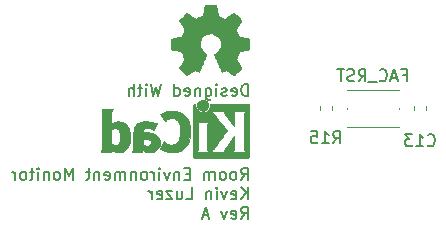
<source format=gbr>
G04 #@! TF.GenerationSoftware,KiCad,Pcbnew,(5.1.5-0-10_14)*
G04 #@! TF.CreationDate,2020-08-06T20:20:02-06:00*
G04 #@! TF.ProjectId,pcb,7063622e-6b69-4636-9164-5f7063625858,rev?*
G04 #@! TF.SameCoordinates,Original*
G04 #@! TF.FileFunction,Legend,Bot*
G04 #@! TF.FilePolarity,Positive*
%FSLAX46Y46*%
G04 Gerber Fmt 4.6, Leading zero omitted, Abs format (unit mm)*
G04 Created by KiCad (PCBNEW (5.1.5-0-10_14)) date 2020-08-06 20:20:02*
%MOMM*%
%LPD*%
G04 APERTURE LIST*
%ADD10C,0.150000*%
%ADD11C,0.010000*%
%ADD12C,0.120000*%
G04 APERTURE END LIST*
D10*
X74023809Y-70928571D02*
X74357142Y-70928571D01*
X74357142Y-71452380D02*
X74357142Y-70452380D01*
X73880952Y-70452380D01*
X73547619Y-71166666D02*
X73071428Y-71166666D01*
X73642857Y-71452380D02*
X73309523Y-70452380D01*
X72976190Y-71452380D01*
X72071428Y-71357142D02*
X72119047Y-71404761D01*
X72261904Y-71452380D01*
X72357142Y-71452380D01*
X72500000Y-71404761D01*
X72595238Y-71309523D01*
X72642857Y-71214285D01*
X72690476Y-71023809D01*
X72690476Y-70880952D01*
X72642857Y-70690476D01*
X72595238Y-70595238D01*
X72500000Y-70500000D01*
X72357142Y-70452380D01*
X72261904Y-70452380D01*
X72119047Y-70500000D01*
X72071428Y-70547619D01*
X71880952Y-71547619D02*
X71119047Y-71547619D01*
X70309523Y-71452380D02*
X70642857Y-70976190D01*
X70880952Y-71452380D02*
X70880952Y-70452380D01*
X70500000Y-70452380D01*
X70404761Y-70500000D01*
X70357142Y-70547619D01*
X70309523Y-70642857D01*
X70309523Y-70785714D01*
X70357142Y-70880952D01*
X70404761Y-70928571D01*
X70500000Y-70976190D01*
X70880952Y-70976190D01*
X69928571Y-71404761D02*
X69785714Y-71452380D01*
X69547619Y-71452380D01*
X69452380Y-71404761D01*
X69404761Y-71357142D01*
X69357142Y-71261904D01*
X69357142Y-71166666D01*
X69404761Y-71071428D01*
X69452380Y-71023809D01*
X69547619Y-70976190D01*
X69738095Y-70928571D01*
X69833333Y-70880952D01*
X69880952Y-70833333D01*
X69928571Y-70738095D01*
X69928571Y-70642857D01*
X69880952Y-70547619D01*
X69833333Y-70500000D01*
X69738095Y-70452380D01*
X69500000Y-70452380D01*
X69357142Y-70500000D01*
X69071428Y-70452380D02*
X68500000Y-70452380D01*
X68785714Y-71452380D02*
X68785714Y-70452380D01*
X60928571Y-72702380D02*
X60928571Y-71702380D01*
X60690476Y-71702380D01*
X60547619Y-71750000D01*
X60452380Y-71845238D01*
X60404761Y-71940476D01*
X60357142Y-72130952D01*
X60357142Y-72273809D01*
X60404761Y-72464285D01*
X60452380Y-72559523D01*
X60547619Y-72654761D01*
X60690476Y-72702380D01*
X60928571Y-72702380D01*
X59547619Y-72654761D02*
X59642857Y-72702380D01*
X59833333Y-72702380D01*
X59928571Y-72654761D01*
X59976190Y-72559523D01*
X59976190Y-72178571D01*
X59928571Y-72083333D01*
X59833333Y-72035714D01*
X59642857Y-72035714D01*
X59547619Y-72083333D01*
X59500000Y-72178571D01*
X59500000Y-72273809D01*
X59976190Y-72369047D01*
X59119047Y-72654761D02*
X59023809Y-72702380D01*
X58833333Y-72702380D01*
X58738095Y-72654761D01*
X58690476Y-72559523D01*
X58690476Y-72511904D01*
X58738095Y-72416666D01*
X58833333Y-72369047D01*
X58976190Y-72369047D01*
X59071428Y-72321428D01*
X59119047Y-72226190D01*
X59119047Y-72178571D01*
X59071428Y-72083333D01*
X58976190Y-72035714D01*
X58833333Y-72035714D01*
X58738095Y-72083333D01*
X58261904Y-72702380D02*
X58261904Y-72035714D01*
X58261904Y-71702380D02*
X58309523Y-71750000D01*
X58261904Y-71797619D01*
X58214285Y-71750000D01*
X58261904Y-71702380D01*
X58261904Y-71797619D01*
X57357142Y-72035714D02*
X57357142Y-72845238D01*
X57404761Y-72940476D01*
X57452380Y-72988095D01*
X57547619Y-73035714D01*
X57690476Y-73035714D01*
X57785714Y-72988095D01*
X57357142Y-72654761D02*
X57452380Y-72702380D01*
X57642857Y-72702380D01*
X57738095Y-72654761D01*
X57785714Y-72607142D01*
X57833333Y-72511904D01*
X57833333Y-72226190D01*
X57785714Y-72130952D01*
X57738095Y-72083333D01*
X57642857Y-72035714D01*
X57452380Y-72035714D01*
X57357142Y-72083333D01*
X56880952Y-72035714D02*
X56880952Y-72702380D01*
X56880952Y-72130952D02*
X56833333Y-72083333D01*
X56738095Y-72035714D01*
X56595238Y-72035714D01*
X56500000Y-72083333D01*
X56452380Y-72178571D01*
X56452380Y-72702380D01*
X55595238Y-72654761D02*
X55690476Y-72702380D01*
X55880952Y-72702380D01*
X55976190Y-72654761D01*
X56023809Y-72559523D01*
X56023809Y-72178571D01*
X55976190Y-72083333D01*
X55880952Y-72035714D01*
X55690476Y-72035714D01*
X55595238Y-72083333D01*
X55547619Y-72178571D01*
X55547619Y-72273809D01*
X56023809Y-72369047D01*
X54690476Y-72702380D02*
X54690476Y-71702380D01*
X54690476Y-72654761D02*
X54785714Y-72702380D01*
X54976190Y-72702380D01*
X55071428Y-72654761D01*
X55119047Y-72607142D01*
X55166666Y-72511904D01*
X55166666Y-72226190D01*
X55119047Y-72130952D01*
X55071428Y-72083333D01*
X54976190Y-72035714D01*
X54785714Y-72035714D01*
X54690476Y-72083333D01*
X53547619Y-71702380D02*
X53309523Y-72702380D01*
X53119047Y-71988095D01*
X52928571Y-72702380D01*
X52690476Y-71702380D01*
X52309523Y-72702380D02*
X52309523Y-72035714D01*
X52309523Y-71702380D02*
X52357142Y-71750000D01*
X52309523Y-71797619D01*
X52261904Y-71750000D01*
X52309523Y-71702380D01*
X52309523Y-71797619D01*
X51976190Y-72035714D02*
X51595238Y-72035714D01*
X51833333Y-71702380D02*
X51833333Y-72559523D01*
X51785714Y-72654761D01*
X51690476Y-72702380D01*
X51595238Y-72702380D01*
X51261904Y-72702380D02*
X51261904Y-71702380D01*
X50833333Y-72702380D02*
X50833333Y-72178571D01*
X50880952Y-72083333D01*
X50976190Y-72035714D01*
X51119047Y-72035714D01*
X51214285Y-72083333D01*
X51261904Y-72130952D01*
X60342976Y-79802380D02*
X60676309Y-79326190D01*
X60914404Y-79802380D02*
X60914404Y-78802380D01*
X60533452Y-78802380D01*
X60438214Y-78850000D01*
X60390595Y-78897619D01*
X60342976Y-78992857D01*
X60342976Y-79135714D01*
X60390595Y-79230952D01*
X60438214Y-79278571D01*
X60533452Y-79326190D01*
X60914404Y-79326190D01*
X59771547Y-79802380D02*
X59866785Y-79754761D01*
X59914404Y-79707142D01*
X59962023Y-79611904D01*
X59962023Y-79326190D01*
X59914404Y-79230952D01*
X59866785Y-79183333D01*
X59771547Y-79135714D01*
X59628690Y-79135714D01*
X59533452Y-79183333D01*
X59485833Y-79230952D01*
X59438214Y-79326190D01*
X59438214Y-79611904D01*
X59485833Y-79707142D01*
X59533452Y-79754761D01*
X59628690Y-79802380D01*
X59771547Y-79802380D01*
X58866785Y-79802380D02*
X58962023Y-79754761D01*
X59009642Y-79707142D01*
X59057261Y-79611904D01*
X59057261Y-79326190D01*
X59009642Y-79230952D01*
X58962023Y-79183333D01*
X58866785Y-79135714D01*
X58723928Y-79135714D01*
X58628690Y-79183333D01*
X58581071Y-79230952D01*
X58533452Y-79326190D01*
X58533452Y-79611904D01*
X58581071Y-79707142D01*
X58628690Y-79754761D01*
X58723928Y-79802380D01*
X58866785Y-79802380D01*
X58104880Y-79802380D02*
X58104880Y-79135714D01*
X58104880Y-79230952D02*
X58057261Y-79183333D01*
X57962023Y-79135714D01*
X57819166Y-79135714D01*
X57723928Y-79183333D01*
X57676309Y-79278571D01*
X57676309Y-79802380D01*
X57676309Y-79278571D02*
X57628690Y-79183333D01*
X57533452Y-79135714D01*
X57390595Y-79135714D01*
X57295357Y-79183333D01*
X57247738Y-79278571D01*
X57247738Y-79802380D01*
X56009642Y-79278571D02*
X55676309Y-79278571D01*
X55533452Y-79802380D02*
X56009642Y-79802380D01*
X56009642Y-78802380D01*
X55533452Y-78802380D01*
X55104880Y-79135714D02*
X55104880Y-79802380D01*
X55104880Y-79230952D02*
X55057261Y-79183333D01*
X54962023Y-79135714D01*
X54819166Y-79135714D01*
X54723928Y-79183333D01*
X54676309Y-79278571D01*
X54676309Y-79802380D01*
X54295357Y-79135714D02*
X54057261Y-79802380D01*
X53819166Y-79135714D01*
X53438214Y-79802380D02*
X53438214Y-79135714D01*
X53438214Y-78802380D02*
X53485833Y-78850000D01*
X53438214Y-78897619D01*
X53390595Y-78850000D01*
X53438214Y-78802380D01*
X53438214Y-78897619D01*
X52962023Y-79802380D02*
X52962023Y-79135714D01*
X52962023Y-79326190D02*
X52914404Y-79230952D01*
X52866785Y-79183333D01*
X52771547Y-79135714D01*
X52676309Y-79135714D01*
X52200119Y-79802380D02*
X52295357Y-79754761D01*
X52342976Y-79707142D01*
X52390595Y-79611904D01*
X52390595Y-79326190D01*
X52342976Y-79230952D01*
X52295357Y-79183333D01*
X52200119Y-79135714D01*
X52057261Y-79135714D01*
X51962023Y-79183333D01*
X51914404Y-79230952D01*
X51866785Y-79326190D01*
X51866785Y-79611904D01*
X51914404Y-79707142D01*
X51962023Y-79754761D01*
X52057261Y-79802380D01*
X52200119Y-79802380D01*
X51438214Y-79135714D02*
X51438214Y-79802380D01*
X51438214Y-79230952D02*
X51390595Y-79183333D01*
X51295357Y-79135714D01*
X51152500Y-79135714D01*
X51057261Y-79183333D01*
X51009642Y-79278571D01*
X51009642Y-79802380D01*
X50533452Y-79802380D02*
X50533452Y-79135714D01*
X50533452Y-79230952D02*
X50485833Y-79183333D01*
X50390595Y-79135714D01*
X50247738Y-79135714D01*
X50152500Y-79183333D01*
X50104880Y-79278571D01*
X50104880Y-79802380D01*
X50104880Y-79278571D02*
X50057261Y-79183333D01*
X49962023Y-79135714D01*
X49819166Y-79135714D01*
X49723928Y-79183333D01*
X49676309Y-79278571D01*
X49676309Y-79802380D01*
X48819166Y-79754761D02*
X48914404Y-79802380D01*
X49104880Y-79802380D01*
X49200119Y-79754761D01*
X49247738Y-79659523D01*
X49247738Y-79278571D01*
X49200119Y-79183333D01*
X49104880Y-79135714D01*
X48914404Y-79135714D01*
X48819166Y-79183333D01*
X48771547Y-79278571D01*
X48771547Y-79373809D01*
X49247738Y-79469047D01*
X48342976Y-79135714D02*
X48342976Y-79802380D01*
X48342976Y-79230952D02*
X48295357Y-79183333D01*
X48200119Y-79135714D01*
X48057261Y-79135714D01*
X47962023Y-79183333D01*
X47914404Y-79278571D01*
X47914404Y-79802380D01*
X47581071Y-79135714D02*
X47200119Y-79135714D01*
X47438214Y-78802380D02*
X47438214Y-79659523D01*
X47390595Y-79754761D01*
X47295357Y-79802380D01*
X47200119Y-79802380D01*
X46104880Y-79802380D02*
X46104880Y-78802380D01*
X45771547Y-79516666D01*
X45438214Y-78802380D01*
X45438214Y-79802380D01*
X44819166Y-79802380D02*
X44914404Y-79754761D01*
X44962023Y-79707142D01*
X45009642Y-79611904D01*
X45009642Y-79326190D01*
X44962023Y-79230952D01*
X44914404Y-79183333D01*
X44819166Y-79135714D01*
X44676309Y-79135714D01*
X44581071Y-79183333D01*
X44533452Y-79230952D01*
X44485833Y-79326190D01*
X44485833Y-79611904D01*
X44533452Y-79707142D01*
X44581071Y-79754761D01*
X44676309Y-79802380D01*
X44819166Y-79802380D01*
X44057261Y-79135714D02*
X44057261Y-79802380D01*
X44057261Y-79230952D02*
X44009642Y-79183333D01*
X43914404Y-79135714D01*
X43771547Y-79135714D01*
X43676309Y-79183333D01*
X43628690Y-79278571D01*
X43628690Y-79802380D01*
X43152500Y-79802380D02*
X43152500Y-79135714D01*
X43152500Y-78802380D02*
X43200119Y-78850000D01*
X43152500Y-78897619D01*
X43104880Y-78850000D01*
X43152500Y-78802380D01*
X43152500Y-78897619D01*
X42819166Y-79135714D02*
X42438214Y-79135714D01*
X42676309Y-78802380D02*
X42676309Y-79659523D01*
X42628690Y-79754761D01*
X42533452Y-79802380D01*
X42438214Y-79802380D01*
X41962023Y-79802380D02*
X42057261Y-79754761D01*
X42104880Y-79707142D01*
X42152500Y-79611904D01*
X42152500Y-79326190D01*
X42104880Y-79230952D01*
X42057261Y-79183333D01*
X41962023Y-79135714D01*
X41819166Y-79135714D01*
X41723928Y-79183333D01*
X41676309Y-79230952D01*
X41628690Y-79326190D01*
X41628690Y-79611904D01*
X41676309Y-79707142D01*
X41723928Y-79754761D01*
X41819166Y-79802380D01*
X41962023Y-79802380D01*
X41200119Y-79802380D02*
X41200119Y-79135714D01*
X41200119Y-79326190D02*
X41152500Y-79230952D01*
X41104880Y-79183333D01*
X41009642Y-79135714D01*
X40914404Y-79135714D01*
X60914404Y-81452380D02*
X60914404Y-80452380D01*
X60342976Y-81452380D02*
X60771547Y-80880952D01*
X60342976Y-80452380D02*
X60914404Y-81023809D01*
X59533452Y-81404761D02*
X59628690Y-81452380D01*
X59819166Y-81452380D01*
X59914404Y-81404761D01*
X59962023Y-81309523D01*
X59962023Y-80928571D01*
X59914404Y-80833333D01*
X59819166Y-80785714D01*
X59628690Y-80785714D01*
X59533452Y-80833333D01*
X59485833Y-80928571D01*
X59485833Y-81023809D01*
X59962023Y-81119047D01*
X59152500Y-80785714D02*
X58914404Y-81452380D01*
X58676309Y-80785714D01*
X58295357Y-81452380D02*
X58295357Y-80785714D01*
X58295357Y-80452380D02*
X58342976Y-80500000D01*
X58295357Y-80547619D01*
X58247738Y-80500000D01*
X58295357Y-80452380D01*
X58295357Y-80547619D01*
X57819166Y-80785714D02*
X57819166Y-81452380D01*
X57819166Y-80880952D02*
X57771547Y-80833333D01*
X57676309Y-80785714D01*
X57533452Y-80785714D01*
X57438214Y-80833333D01*
X57390595Y-80928571D01*
X57390595Y-81452380D01*
X55676309Y-81452380D02*
X56152500Y-81452380D01*
X56152500Y-80452380D01*
X54914404Y-80785714D02*
X54914404Y-81452380D01*
X55342976Y-80785714D02*
X55342976Y-81309523D01*
X55295357Y-81404761D01*
X55200119Y-81452380D01*
X55057261Y-81452380D01*
X54962023Y-81404761D01*
X54914404Y-81357142D01*
X54533452Y-80785714D02*
X54009642Y-80785714D01*
X54533452Y-81452380D01*
X54009642Y-81452380D01*
X53247738Y-81404761D02*
X53342976Y-81452380D01*
X53533452Y-81452380D01*
X53628690Y-81404761D01*
X53676309Y-81309523D01*
X53676309Y-80928571D01*
X53628690Y-80833333D01*
X53533452Y-80785714D01*
X53342976Y-80785714D01*
X53247738Y-80833333D01*
X53200119Y-80928571D01*
X53200119Y-81023809D01*
X53676309Y-81119047D01*
X52771547Y-81452380D02*
X52771547Y-80785714D01*
X52771547Y-80976190D02*
X52723928Y-80880952D01*
X52676309Y-80833333D01*
X52581071Y-80785714D01*
X52485833Y-80785714D01*
X60342976Y-83102380D02*
X60676309Y-82626190D01*
X60914404Y-83102380D02*
X60914404Y-82102380D01*
X60533452Y-82102380D01*
X60438214Y-82150000D01*
X60390595Y-82197619D01*
X60342976Y-82292857D01*
X60342976Y-82435714D01*
X60390595Y-82530952D01*
X60438214Y-82578571D01*
X60533452Y-82626190D01*
X60914404Y-82626190D01*
X59533452Y-83054761D02*
X59628690Y-83102380D01*
X59819166Y-83102380D01*
X59914404Y-83054761D01*
X59962023Y-82959523D01*
X59962023Y-82578571D01*
X59914404Y-82483333D01*
X59819166Y-82435714D01*
X59628690Y-82435714D01*
X59533452Y-82483333D01*
X59485833Y-82578571D01*
X59485833Y-82673809D01*
X59962023Y-82769047D01*
X59152500Y-82435714D02*
X58914404Y-83102380D01*
X58676309Y-82435714D01*
X57581071Y-82816666D02*
X57104880Y-82816666D01*
X57676309Y-83102380D02*
X57342976Y-82102380D01*
X57009642Y-83102380D01*
D11*
G36*
X57194186Y-65468931D02*
G01*
X57110365Y-65913555D01*
X56801080Y-66041053D01*
X56491794Y-66168551D01*
X56120754Y-65916246D01*
X56016843Y-65845996D01*
X55922913Y-65783272D01*
X55843348Y-65730938D01*
X55782530Y-65691857D01*
X55744843Y-65668893D01*
X55734579Y-65663942D01*
X55716090Y-65676676D01*
X55676580Y-65711882D01*
X55620478Y-65765062D01*
X55552213Y-65831718D01*
X55476214Y-65907354D01*
X55396908Y-65987472D01*
X55318725Y-66067574D01*
X55246093Y-66143164D01*
X55183441Y-66209745D01*
X55135197Y-66262818D01*
X55105790Y-66297887D01*
X55098759Y-66309623D01*
X55108877Y-66331260D01*
X55137241Y-66378662D01*
X55180871Y-66447193D01*
X55236782Y-66532215D01*
X55301994Y-66629093D01*
X55339781Y-66684350D01*
X55408657Y-66785248D01*
X55469860Y-66876299D01*
X55520422Y-66952970D01*
X55557372Y-67010728D01*
X55577742Y-67045043D01*
X55580803Y-67052254D01*
X55573864Y-67072748D01*
X55554949Y-67120513D01*
X55526913Y-67188832D01*
X55492609Y-67270989D01*
X55454891Y-67360270D01*
X55416613Y-67449958D01*
X55380630Y-67533338D01*
X55349794Y-67603694D01*
X55326961Y-67654310D01*
X55314983Y-67678471D01*
X55314276Y-67679422D01*
X55295469Y-67684036D01*
X55245382Y-67694328D01*
X55169207Y-67709287D01*
X55072135Y-67727901D01*
X54959357Y-67749159D01*
X54893558Y-67761418D01*
X54773050Y-67784362D01*
X54664203Y-67806195D01*
X54572524Y-67825722D01*
X54503519Y-67841748D01*
X54462696Y-67853079D01*
X54454489Y-67856674D01*
X54446452Y-67881006D01*
X54439967Y-67935959D01*
X54435030Y-68015108D01*
X54431636Y-68112026D01*
X54429782Y-68220287D01*
X54429462Y-68333465D01*
X54430673Y-68445135D01*
X54433410Y-68548868D01*
X54437669Y-68638241D01*
X54443445Y-68706826D01*
X54450733Y-68748197D01*
X54455105Y-68756810D01*
X54481236Y-68767133D01*
X54536607Y-68781892D01*
X54613893Y-68799352D01*
X54705770Y-68817780D01*
X54737842Y-68823741D01*
X54892476Y-68852066D01*
X55014625Y-68874876D01*
X55108327Y-68893080D01*
X55177616Y-68907583D01*
X55226529Y-68919292D01*
X55259103Y-68929115D01*
X55279372Y-68937956D01*
X55291374Y-68946724D01*
X55293053Y-68948457D01*
X55309816Y-68976371D01*
X55335386Y-69030695D01*
X55367212Y-69104777D01*
X55402740Y-69191965D01*
X55439417Y-69285608D01*
X55474689Y-69379052D01*
X55506004Y-69465647D01*
X55530807Y-69538740D01*
X55546546Y-69591678D01*
X55550668Y-69617811D01*
X55550324Y-69618726D01*
X55536359Y-69640086D01*
X55504678Y-69687084D01*
X55458609Y-69754827D01*
X55401482Y-69838423D01*
X55336627Y-69932982D01*
X55318157Y-69959854D01*
X55252301Y-70057275D01*
X55194350Y-70146163D01*
X55147462Y-70221412D01*
X55114793Y-70277920D01*
X55099500Y-70310581D01*
X55098759Y-70314593D01*
X55111608Y-70335684D01*
X55147112Y-70377464D01*
X55200707Y-70435445D01*
X55267829Y-70505135D01*
X55343913Y-70582045D01*
X55424396Y-70661683D01*
X55504713Y-70739561D01*
X55580301Y-70811186D01*
X55646595Y-70872070D01*
X55699031Y-70917721D01*
X55733045Y-70943650D01*
X55742455Y-70947883D01*
X55764357Y-70937912D01*
X55809200Y-70911020D01*
X55869679Y-70871736D01*
X55916211Y-70840117D01*
X56000525Y-70782098D01*
X56100374Y-70713784D01*
X56200527Y-70645579D01*
X56254373Y-70609075D01*
X56436629Y-70485800D01*
X56589619Y-70568520D01*
X56659318Y-70604759D01*
X56718586Y-70632926D01*
X56758689Y-70648991D01*
X56768897Y-70651226D01*
X56781171Y-70634722D01*
X56805387Y-70588082D01*
X56839737Y-70515609D01*
X56882412Y-70421606D01*
X56931606Y-70310374D01*
X56985510Y-70186215D01*
X57042316Y-70053432D01*
X57100218Y-69916327D01*
X57157407Y-69779202D01*
X57212076Y-69646358D01*
X57262416Y-69522098D01*
X57306620Y-69410725D01*
X57342881Y-69316539D01*
X57369391Y-69243844D01*
X57384342Y-69196941D01*
X57386746Y-69180833D01*
X57367689Y-69160286D01*
X57325964Y-69126933D01*
X57270294Y-69087702D01*
X57265622Y-69084599D01*
X57121736Y-68969423D01*
X57005717Y-68835053D01*
X56918570Y-68685784D01*
X56861301Y-68525913D01*
X56834914Y-68359737D01*
X56840415Y-68191552D01*
X56878810Y-68025655D01*
X56951105Y-67866342D01*
X56972374Y-67831487D01*
X57083004Y-67690737D01*
X57213698Y-67577714D01*
X57359936Y-67493003D01*
X57517192Y-67437194D01*
X57680943Y-67410874D01*
X57846667Y-67414630D01*
X58009838Y-67449050D01*
X58165935Y-67514723D01*
X58310433Y-67612235D01*
X58355131Y-67651813D01*
X58468888Y-67775703D01*
X58551782Y-67906124D01*
X58608644Y-68052315D01*
X58640313Y-68197088D01*
X58648131Y-68359860D01*
X58622062Y-68523440D01*
X58564755Y-68682298D01*
X58478856Y-68830906D01*
X58367014Y-68963735D01*
X58231877Y-69075256D01*
X58214117Y-69087011D01*
X58157850Y-69125508D01*
X58115077Y-69158863D01*
X58094628Y-69180160D01*
X58094331Y-69180833D01*
X58098721Y-69203871D01*
X58116124Y-69256157D01*
X58144732Y-69333390D01*
X58182735Y-69431268D01*
X58228326Y-69545491D01*
X58279697Y-69671758D01*
X58335038Y-69805767D01*
X58392542Y-69943218D01*
X58450399Y-70079808D01*
X58506802Y-70211237D01*
X58559942Y-70333205D01*
X58608010Y-70441409D01*
X58649199Y-70531549D01*
X58681699Y-70599323D01*
X58703703Y-70640430D01*
X58712564Y-70651226D01*
X58739640Y-70642819D01*
X58790303Y-70620272D01*
X58855817Y-70587613D01*
X58891841Y-70568520D01*
X59044832Y-70485800D01*
X59227088Y-70609075D01*
X59320125Y-70672228D01*
X59421985Y-70741727D01*
X59517438Y-70807165D01*
X59565250Y-70840117D01*
X59632495Y-70885273D01*
X59689436Y-70921057D01*
X59728646Y-70942938D01*
X59741381Y-70947563D01*
X59759917Y-70935085D01*
X59800941Y-70900252D01*
X59860475Y-70846678D01*
X59934542Y-70777983D01*
X60019165Y-70697781D01*
X60072685Y-70646286D01*
X60166319Y-70554286D01*
X60247241Y-70471999D01*
X60312177Y-70402945D01*
X60357858Y-70350644D01*
X60381011Y-70318616D01*
X60383232Y-70312116D01*
X60372924Y-70287394D01*
X60344439Y-70237405D01*
X60300937Y-70167212D01*
X60245577Y-70081875D01*
X60181520Y-69986456D01*
X60163303Y-69959854D01*
X60096927Y-69863167D01*
X60037378Y-69776117D01*
X59987984Y-69703595D01*
X59952075Y-69650493D01*
X59932981Y-69621703D01*
X59931136Y-69618726D01*
X59933895Y-69595782D01*
X59948538Y-69545336D01*
X59972513Y-69474041D01*
X60003266Y-69388547D01*
X60038244Y-69295507D01*
X60074893Y-69201574D01*
X60110661Y-69113399D01*
X60142994Y-69037634D01*
X60169338Y-68980931D01*
X60187142Y-68949943D01*
X60188407Y-68948457D01*
X60199294Y-68939601D01*
X60217682Y-68930843D01*
X60247606Y-68921277D01*
X60293103Y-68909996D01*
X60358209Y-68896093D01*
X60446961Y-68878663D01*
X60563393Y-68856798D01*
X60711542Y-68829591D01*
X60743618Y-68823741D01*
X60838686Y-68805374D01*
X60921565Y-68787405D01*
X60984930Y-68771569D01*
X61021458Y-68759600D01*
X61026356Y-68756810D01*
X61034427Y-68732072D01*
X61040987Y-68676790D01*
X61046033Y-68597389D01*
X61049559Y-68500296D01*
X61051561Y-68391938D01*
X61052036Y-68278740D01*
X61050977Y-68167128D01*
X61048382Y-68063529D01*
X61044246Y-67974368D01*
X61038563Y-67906072D01*
X61031331Y-67865066D01*
X61026971Y-67856674D01*
X61002698Y-67848208D01*
X60947426Y-67834435D01*
X60866662Y-67816550D01*
X60765912Y-67795748D01*
X60650683Y-67773223D01*
X60587902Y-67761418D01*
X60468787Y-67739151D01*
X60362565Y-67718979D01*
X60274427Y-67701915D01*
X60209566Y-67688969D01*
X60173174Y-67681155D01*
X60167184Y-67679422D01*
X60157061Y-67659890D01*
X60135662Y-67612843D01*
X60105839Y-67545003D01*
X60070445Y-67463091D01*
X60032332Y-67373828D01*
X59994353Y-67283935D01*
X59959360Y-67200135D01*
X59930206Y-67129147D01*
X59909743Y-67077694D01*
X59900823Y-67052497D01*
X59900657Y-67051396D01*
X59910769Y-67031519D01*
X59939117Y-66985777D01*
X59982723Y-66918717D01*
X60038606Y-66834884D01*
X60103787Y-66738826D01*
X60141679Y-66683650D01*
X60210725Y-66582481D01*
X60272050Y-66490630D01*
X60322663Y-66412744D01*
X60359571Y-66353469D01*
X60379782Y-66317451D01*
X60382701Y-66309377D01*
X60370153Y-66290584D01*
X60335463Y-66250457D01*
X60283063Y-66193493D01*
X60217384Y-66124185D01*
X60142856Y-66047031D01*
X60063913Y-65966525D01*
X59984983Y-65887163D01*
X59910500Y-65813440D01*
X59844894Y-65749852D01*
X59792596Y-65700894D01*
X59758039Y-65671061D01*
X59746478Y-65663942D01*
X59727654Y-65673953D01*
X59682631Y-65702078D01*
X59615787Y-65745454D01*
X59531499Y-65801218D01*
X59434144Y-65866506D01*
X59360707Y-65916246D01*
X58989667Y-66168551D01*
X58371095Y-65913555D01*
X58287275Y-65468931D01*
X58203454Y-65024307D01*
X57278006Y-65024307D01*
X57194186Y-65468931D01*
G37*
X57194186Y-65468931D02*
X57110365Y-65913555D01*
X56801080Y-66041053D01*
X56491794Y-66168551D01*
X56120754Y-65916246D01*
X56016843Y-65845996D01*
X55922913Y-65783272D01*
X55843348Y-65730938D01*
X55782530Y-65691857D01*
X55744843Y-65668893D01*
X55734579Y-65663942D01*
X55716090Y-65676676D01*
X55676580Y-65711882D01*
X55620478Y-65765062D01*
X55552213Y-65831718D01*
X55476214Y-65907354D01*
X55396908Y-65987472D01*
X55318725Y-66067574D01*
X55246093Y-66143164D01*
X55183441Y-66209745D01*
X55135197Y-66262818D01*
X55105790Y-66297887D01*
X55098759Y-66309623D01*
X55108877Y-66331260D01*
X55137241Y-66378662D01*
X55180871Y-66447193D01*
X55236782Y-66532215D01*
X55301994Y-66629093D01*
X55339781Y-66684350D01*
X55408657Y-66785248D01*
X55469860Y-66876299D01*
X55520422Y-66952970D01*
X55557372Y-67010728D01*
X55577742Y-67045043D01*
X55580803Y-67052254D01*
X55573864Y-67072748D01*
X55554949Y-67120513D01*
X55526913Y-67188832D01*
X55492609Y-67270989D01*
X55454891Y-67360270D01*
X55416613Y-67449958D01*
X55380630Y-67533338D01*
X55349794Y-67603694D01*
X55326961Y-67654310D01*
X55314983Y-67678471D01*
X55314276Y-67679422D01*
X55295469Y-67684036D01*
X55245382Y-67694328D01*
X55169207Y-67709287D01*
X55072135Y-67727901D01*
X54959357Y-67749159D01*
X54893558Y-67761418D01*
X54773050Y-67784362D01*
X54664203Y-67806195D01*
X54572524Y-67825722D01*
X54503519Y-67841748D01*
X54462696Y-67853079D01*
X54454489Y-67856674D01*
X54446452Y-67881006D01*
X54439967Y-67935959D01*
X54435030Y-68015108D01*
X54431636Y-68112026D01*
X54429782Y-68220287D01*
X54429462Y-68333465D01*
X54430673Y-68445135D01*
X54433410Y-68548868D01*
X54437669Y-68638241D01*
X54443445Y-68706826D01*
X54450733Y-68748197D01*
X54455105Y-68756810D01*
X54481236Y-68767133D01*
X54536607Y-68781892D01*
X54613893Y-68799352D01*
X54705770Y-68817780D01*
X54737842Y-68823741D01*
X54892476Y-68852066D01*
X55014625Y-68874876D01*
X55108327Y-68893080D01*
X55177616Y-68907583D01*
X55226529Y-68919292D01*
X55259103Y-68929115D01*
X55279372Y-68937956D01*
X55291374Y-68946724D01*
X55293053Y-68948457D01*
X55309816Y-68976371D01*
X55335386Y-69030695D01*
X55367212Y-69104777D01*
X55402740Y-69191965D01*
X55439417Y-69285608D01*
X55474689Y-69379052D01*
X55506004Y-69465647D01*
X55530807Y-69538740D01*
X55546546Y-69591678D01*
X55550668Y-69617811D01*
X55550324Y-69618726D01*
X55536359Y-69640086D01*
X55504678Y-69687084D01*
X55458609Y-69754827D01*
X55401482Y-69838423D01*
X55336627Y-69932982D01*
X55318157Y-69959854D01*
X55252301Y-70057275D01*
X55194350Y-70146163D01*
X55147462Y-70221412D01*
X55114793Y-70277920D01*
X55099500Y-70310581D01*
X55098759Y-70314593D01*
X55111608Y-70335684D01*
X55147112Y-70377464D01*
X55200707Y-70435445D01*
X55267829Y-70505135D01*
X55343913Y-70582045D01*
X55424396Y-70661683D01*
X55504713Y-70739561D01*
X55580301Y-70811186D01*
X55646595Y-70872070D01*
X55699031Y-70917721D01*
X55733045Y-70943650D01*
X55742455Y-70947883D01*
X55764357Y-70937912D01*
X55809200Y-70911020D01*
X55869679Y-70871736D01*
X55916211Y-70840117D01*
X56000525Y-70782098D01*
X56100374Y-70713784D01*
X56200527Y-70645579D01*
X56254373Y-70609075D01*
X56436629Y-70485800D01*
X56589619Y-70568520D01*
X56659318Y-70604759D01*
X56718586Y-70632926D01*
X56758689Y-70648991D01*
X56768897Y-70651226D01*
X56781171Y-70634722D01*
X56805387Y-70588082D01*
X56839737Y-70515609D01*
X56882412Y-70421606D01*
X56931606Y-70310374D01*
X56985510Y-70186215D01*
X57042316Y-70053432D01*
X57100218Y-69916327D01*
X57157407Y-69779202D01*
X57212076Y-69646358D01*
X57262416Y-69522098D01*
X57306620Y-69410725D01*
X57342881Y-69316539D01*
X57369391Y-69243844D01*
X57384342Y-69196941D01*
X57386746Y-69180833D01*
X57367689Y-69160286D01*
X57325964Y-69126933D01*
X57270294Y-69087702D01*
X57265622Y-69084599D01*
X57121736Y-68969423D01*
X57005717Y-68835053D01*
X56918570Y-68685784D01*
X56861301Y-68525913D01*
X56834914Y-68359737D01*
X56840415Y-68191552D01*
X56878810Y-68025655D01*
X56951105Y-67866342D01*
X56972374Y-67831487D01*
X57083004Y-67690737D01*
X57213698Y-67577714D01*
X57359936Y-67493003D01*
X57517192Y-67437194D01*
X57680943Y-67410874D01*
X57846667Y-67414630D01*
X58009838Y-67449050D01*
X58165935Y-67514723D01*
X58310433Y-67612235D01*
X58355131Y-67651813D01*
X58468888Y-67775703D01*
X58551782Y-67906124D01*
X58608644Y-68052315D01*
X58640313Y-68197088D01*
X58648131Y-68359860D01*
X58622062Y-68523440D01*
X58564755Y-68682298D01*
X58478856Y-68830906D01*
X58367014Y-68963735D01*
X58231877Y-69075256D01*
X58214117Y-69087011D01*
X58157850Y-69125508D01*
X58115077Y-69158863D01*
X58094628Y-69180160D01*
X58094331Y-69180833D01*
X58098721Y-69203871D01*
X58116124Y-69256157D01*
X58144732Y-69333390D01*
X58182735Y-69431268D01*
X58228326Y-69545491D01*
X58279697Y-69671758D01*
X58335038Y-69805767D01*
X58392542Y-69943218D01*
X58450399Y-70079808D01*
X58506802Y-70211237D01*
X58559942Y-70333205D01*
X58608010Y-70441409D01*
X58649199Y-70531549D01*
X58681699Y-70599323D01*
X58703703Y-70640430D01*
X58712564Y-70651226D01*
X58739640Y-70642819D01*
X58790303Y-70620272D01*
X58855817Y-70587613D01*
X58891841Y-70568520D01*
X59044832Y-70485800D01*
X59227088Y-70609075D01*
X59320125Y-70672228D01*
X59421985Y-70741727D01*
X59517438Y-70807165D01*
X59565250Y-70840117D01*
X59632495Y-70885273D01*
X59689436Y-70921057D01*
X59728646Y-70942938D01*
X59741381Y-70947563D01*
X59759917Y-70935085D01*
X59800941Y-70900252D01*
X59860475Y-70846678D01*
X59934542Y-70777983D01*
X60019165Y-70697781D01*
X60072685Y-70646286D01*
X60166319Y-70554286D01*
X60247241Y-70471999D01*
X60312177Y-70402945D01*
X60357858Y-70350644D01*
X60381011Y-70318616D01*
X60383232Y-70312116D01*
X60372924Y-70287394D01*
X60344439Y-70237405D01*
X60300937Y-70167212D01*
X60245577Y-70081875D01*
X60181520Y-69986456D01*
X60163303Y-69959854D01*
X60096927Y-69863167D01*
X60037378Y-69776117D01*
X59987984Y-69703595D01*
X59952075Y-69650493D01*
X59932981Y-69621703D01*
X59931136Y-69618726D01*
X59933895Y-69595782D01*
X59948538Y-69545336D01*
X59972513Y-69474041D01*
X60003266Y-69388547D01*
X60038244Y-69295507D01*
X60074893Y-69201574D01*
X60110661Y-69113399D01*
X60142994Y-69037634D01*
X60169338Y-68980931D01*
X60187142Y-68949943D01*
X60188407Y-68948457D01*
X60199294Y-68939601D01*
X60217682Y-68930843D01*
X60247606Y-68921277D01*
X60293103Y-68909996D01*
X60358209Y-68896093D01*
X60446961Y-68878663D01*
X60563393Y-68856798D01*
X60711542Y-68829591D01*
X60743618Y-68823741D01*
X60838686Y-68805374D01*
X60921565Y-68787405D01*
X60984930Y-68771569D01*
X61021458Y-68759600D01*
X61026356Y-68756810D01*
X61034427Y-68732072D01*
X61040987Y-68676790D01*
X61046033Y-68597389D01*
X61049559Y-68500296D01*
X61051561Y-68391938D01*
X61052036Y-68278740D01*
X61050977Y-68167128D01*
X61048382Y-68063529D01*
X61044246Y-67974368D01*
X61038563Y-67906072D01*
X61031331Y-67865066D01*
X61026971Y-67856674D01*
X61002698Y-67848208D01*
X60947426Y-67834435D01*
X60866662Y-67816550D01*
X60765912Y-67795748D01*
X60650683Y-67773223D01*
X60587902Y-67761418D01*
X60468787Y-67739151D01*
X60362565Y-67718979D01*
X60274427Y-67701915D01*
X60209566Y-67688969D01*
X60173174Y-67681155D01*
X60167184Y-67679422D01*
X60157061Y-67659890D01*
X60135662Y-67612843D01*
X60105839Y-67545003D01*
X60070445Y-67463091D01*
X60032332Y-67373828D01*
X59994353Y-67283935D01*
X59959360Y-67200135D01*
X59930206Y-67129147D01*
X59909743Y-67077694D01*
X59900823Y-67052497D01*
X59900657Y-67051396D01*
X59910769Y-67031519D01*
X59939117Y-66985777D01*
X59982723Y-66918717D01*
X60038606Y-66834884D01*
X60103787Y-66738826D01*
X60141679Y-66683650D01*
X60210725Y-66582481D01*
X60272050Y-66490630D01*
X60322663Y-66412744D01*
X60359571Y-66353469D01*
X60379782Y-66317451D01*
X60382701Y-66309377D01*
X60370153Y-66290584D01*
X60335463Y-66250457D01*
X60283063Y-66193493D01*
X60217384Y-66124185D01*
X60142856Y-66047031D01*
X60063913Y-65966525D01*
X59984983Y-65887163D01*
X59910500Y-65813440D01*
X59844894Y-65749852D01*
X59792596Y-65700894D01*
X59758039Y-65671061D01*
X59746478Y-65663942D01*
X59727654Y-65673953D01*
X59682631Y-65702078D01*
X59615787Y-65745454D01*
X59531499Y-65801218D01*
X59434144Y-65866506D01*
X59360707Y-65916246D01*
X58989667Y-66168551D01*
X58371095Y-65913555D01*
X58287275Y-65468931D01*
X58203454Y-65024307D01*
X57278006Y-65024307D01*
X57194186Y-65468931D01*
G36*
X57023043Y-73026571D02*
G01*
X56926768Y-73050809D01*
X56840184Y-73093641D01*
X56765373Y-73153419D01*
X56704418Y-73228494D01*
X56659399Y-73317220D01*
X56633136Y-73413530D01*
X56627286Y-73510795D01*
X56642140Y-73604654D01*
X56675840Y-73692511D01*
X56726528Y-73771770D01*
X56792345Y-73839836D01*
X56871434Y-73894112D01*
X56961934Y-73932002D01*
X57013200Y-73944426D01*
X57057698Y-73951947D01*
X57091999Y-73954919D01*
X57124960Y-73953094D01*
X57165434Y-73946225D01*
X57198531Y-73939250D01*
X57291947Y-73907741D01*
X57375619Y-73856617D01*
X57447665Y-73787429D01*
X57506200Y-73701728D01*
X57520148Y-73674489D01*
X57536586Y-73638122D01*
X57546894Y-73607582D01*
X57552460Y-73575450D01*
X57554669Y-73534307D01*
X57554948Y-73488222D01*
X57550861Y-73403865D01*
X57537446Y-73334586D01*
X57512256Y-73273961D01*
X57472846Y-73215567D01*
X57434298Y-73171302D01*
X57362406Y-73105484D01*
X57287313Y-73060053D01*
X57204562Y-73032850D01*
X57126928Y-73022576D01*
X57023043Y-73026571D01*
G37*
X57023043Y-73026571D02*
X56926768Y-73050809D01*
X56840184Y-73093641D01*
X56765373Y-73153419D01*
X56704418Y-73228494D01*
X56659399Y-73317220D01*
X56633136Y-73413530D01*
X56627286Y-73510795D01*
X56642140Y-73604654D01*
X56675840Y-73692511D01*
X56726528Y-73771770D01*
X56792345Y-73839836D01*
X56871434Y-73894112D01*
X56961934Y-73932002D01*
X57013200Y-73944426D01*
X57057698Y-73951947D01*
X57091999Y-73954919D01*
X57124960Y-73953094D01*
X57165434Y-73946225D01*
X57198531Y-73939250D01*
X57291947Y-73907741D01*
X57375619Y-73856617D01*
X57447665Y-73787429D01*
X57506200Y-73701728D01*
X57520148Y-73674489D01*
X57536586Y-73638122D01*
X57546894Y-73607582D01*
X57552460Y-73575450D01*
X57554669Y-73534307D01*
X57554948Y-73488222D01*
X57550861Y-73403865D01*
X57537446Y-73334586D01*
X57512256Y-73273961D01*
X57472846Y-73215567D01*
X57434298Y-73171302D01*
X57362406Y-73105484D01*
X57287313Y-73060053D01*
X57204562Y-73032850D01*
X57126928Y-73022576D01*
X57023043Y-73026571D01*
G36*
X48563493Y-75472245D02*
G01*
X48563474Y-75706662D01*
X48563448Y-75919603D01*
X48563375Y-76112168D01*
X48563218Y-76285459D01*
X48562936Y-76440576D01*
X48562491Y-76578620D01*
X48561844Y-76700692D01*
X48560955Y-76807894D01*
X48559787Y-76901326D01*
X48558299Y-76982090D01*
X48556454Y-77051286D01*
X48554211Y-77110015D01*
X48551531Y-77159379D01*
X48548377Y-77200478D01*
X48544708Y-77234413D01*
X48540487Y-77262286D01*
X48535673Y-77285198D01*
X48530227Y-77304249D01*
X48524112Y-77320540D01*
X48517288Y-77335173D01*
X48509715Y-77349249D01*
X48501355Y-77363868D01*
X48496161Y-77372974D01*
X48461896Y-77433689D01*
X49320045Y-77433689D01*
X49320045Y-77337733D01*
X49320776Y-77294370D01*
X49322728Y-77261205D01*
X49325537Y-77243424D01*
X49326779Y-77241778D01*
X49338201Y-77248662D01*
X49360916Y-77266505D01*
X49383615Y-77285879D01*
X49438200Y-77326614D01*
X49507679Y-77367617D01*
X49584730Y-77405123D01*
X49662035Y-77435364D01*
X49692887Y-77445012D01*
X49761384Y-77459578D01*
X49844236Y-77469539D01*
X49933629Y-77474583D01*
X50021752Y-77474396D01*
X50100793Y-77468666D01*
X50138489Y-77462858D01*
X50276586Y-77424797D01*
X50403887Y-77367073D01*
X50519708Y-77290211D01*
X50623363Y-77194739D01*
X50714167Y-77081179D01*
X50780969Y-76970381D01*
X50835836Y-76853625D01*
X50877837Y-76734276D01*
X50907833Y-76608283D01*
X50926689Y-76471594D01*
X50935268Y-76320158D01*
X50935994Y-76242711D01*
X50933900Y-76185934D01*
X50104783Y-76185934D01*
X50104576Y-76279002D01*
X50101663Y-76366692D01*
X50096000Y-76443772D01*
X50087545Y-76505009D01*
X50084962Y-76517350D01*
X50053160Y-76624633D01*
X50011502Y-76711658D01*
X49959637Y-76778642D01*
X49897219Y-76825805D01*
X49823900Y-76853365D01*
X49739331Y-76861541D01*
X49643165Y-76850551D01*
X49579689Y-76834829D01*
X49530546Y-76816639D01*
X49476417Y-76790791D01*
X49435756Y-76767089D01*
X49365200Y-76720721D01*
X49365200Y-75570530D01*
X49432608Y-75526962D01*
X49511133Y-75486040D01*
X49595319Y-75459389D01*
X49680443Y-75447465D01*
X49761784Y-75450722D01*
X49834620Y-75469615D01*
X49866574Y-75485184D01*
X49924499Y-75528181D01*
X49973456Y-75584953D01*
X50014610Y-75657575D01*
X50049126Y-75748121D01*
X50078167Y-75858666D01*
X50079448Y-75864533D01*
X50089619Y-75926788D01*
X50097261Y-76004594D01*
X50102330Y-76092720D01*
X50104783Y-76185934D01*
X50933900Y-76185934D01*
X50928143Y-76029895D01*
X50906198Y-75834059D01*
X50870214Y-75655332D01*
X50820241Y-75493845D01*
X50756332Y-75349726D01*
X50678538Y-75223106D01*
X50586911Y-75114115D01*
X50481503Y-75022883D01*
X50436338Y-74991932D01*
X50335389Y-74935785D01*
X50232099Y-74896174D01*
X50122011Y-74872014D01*
X50000670Y-74862219D01*
X49908164Y-74863265D01*
X49778510Y-74874231D01*
X49665916Y-74896046D01*
X49567125Y-74929714D01*
X49478879Y-74976236D01*
X49430014Y-75010448D01*
X49400647Y-75032362D01*
X49378957Y-75047333D01*
X49370747Y-75051733D01*
X49369132Y-75040904D01*
X49367841Y-75010251D01*
X49366862Y-74962526D01*
X49366183Y-74900479D01*
X49365790Y-74826862D01*
X49365670Y-74744427D01*
X49365812Y-74655925D01*
X49366203Y-74564107D01*
X49366829Y-74471724D01*
X49367680Y-74381528D01*
X49368740Y-74296271D01*
X49369999Y-74218703D01*
X49371444Y-74151576D01*
X49373062Y-74097641D01*
X49374839Y-74059650D01*
X49375331Y-74052667D01*
X49382908Y-73982251D01*
X49394469Y-73927102D01*
X49412208Y-73879981D01*
X49438318Y-73833647D01*
X49444585Y-73824067D01*
X49469017Y-73787378D01*
X48563689Y-73787378D01*
X48563493Y-75472245D01*
G37*
X48563493Y-75472245D02*
X48563474Y-75706662D01*
X48563448Y-75919603D01*
X48563375Y-76112168D01*
X48563218Y-76285459D01*
X48562936Y-76440576D01*
X48562491Y-76578620D01*
X48561844Y-76700692D01*
X48560955Y-76807894D01*
X48559787Y-76901326D01*
X48558299Y-76982090D01*
X48556454Y-77051286D01*
X48554211Y-77110015D01*
X48551531Y-77159379D01*
X48548377Y-77200478D01*
X48544708Y-77234413D01*
X48540487Y-77262286D01*
X48535673Y-77285198D01*
X48530227Y-77304249D01*
X48524112Y-77320540D01*
X48517288Y-77335173D01*
X48509715Y-77349249D01*
X48501355Y-77363868D01*
X48496161Y-77372974D01*
X48461896Y-77433689D01*
X49320045Y-77433689D01*
X49320045Y-77337733D01*
X49320776Y-77294370D01*
X49322728Y-77261205D01*
X49325537Y-77243424D01*
X49326779Y-77241778D01*
X49338201Y-77248662D01*
X49360916Y-77266505D01*
X49383615Y-77285879D01*
X49438200Y-77326614D01*
X49507679Y-77367617D01*
X49584730Y-77405123D01*
X49662035Y-77435364D01*
X49692887Y-77445012D01*
X49761384Y-77459578D01*
X49844236Y-77469539D01*
X49933629Y-77474583D01*
X50021752Y-77474396D01*
X50100793Y-77468666D01*
X50138489Y-77462858D01*
X50276586Y-77424797D01*
X50403887Y-77367073D01*
X50519708Y-77290211D01*
X50623363Y-77194739D01*
X50714167Y-77081179D01*
X50780969Y-76970381D01*
X50835836Y-76853625D01*
X50877837Y-76734276D01*
X50907833Y-76608283D01*
X50926689Y-76471594D01*
X50935268Y-76320158D01*
X50935994Y-76242711D01*
X50933900Y-76185934D01*
X50104783Y-76185934D01*
X50104576Y-76279002D01*
X50101663Y-76366692D01*
X50096000Y-76443772D01*
X50087545Y-76505009D01*
X50084962Y-76517350D01*
X50053160Y-76624633D01*
X50011502Y-76711658D01*
X49959637Y-76778642D01*
X49897219Y-76825805D01*
X49823900Y-76853365D01*
X49739331Y-76861541D01*
X49643165Y-76850551D01*
X49579689Y-76834829D01*
X49530546Y-76816639D01*
X49476417Y-76790791D01*
X49435756Y-76767089D01*
X49365200Y-76720721D01*
X49365200Y-75570530D01*
X49432608Y-75526962D01*
X49511133Y-75486040D01*
X49595319Y-75459389D01*
X49680443Y-75447465D01*
X49761784Y-75450722D01*
X49834620Y-75469615D01*
X49866574Y-75485184D01*
X49924499Y-75528181D01*
X49973456Y-75584953D01*
X50014610Y-75657575D01*
X50049126Y-75748121D01*
X50078167Y-75858666D01*
X50079448Y-75864533D01*
X50089619Y-75926788D01*
X50097261Y-76004594D01*
X50102330Y-76092720D01*
X50104783Y-76185934D01*
X50933900Y-76185934D01*
X50928143Y-76029895D01*
X50906198Y-75834059D01*
X50870214Y-75655332D01*
X50820241Y-75493845D01*
X50756332Y-75349726D01*
X50678538Y-75223106D01*
X50586911Y-75114115D01*
X50481503Y-75022883D01*
X50436338Y-74991932D01*
X50335389Y-74935785D01*
X50232099Y-74896174D01*
X50122011Y-74872014D01*
X50000670Y-74862219D01*
X49908164Y-74863265D01*
X49778510Y-74874231D01*
X49665916Y-74896046D01*
X49567125Y-74929714D01*
X49478879Y-74976236D01*
X49430014Y-75010448D01*
X49400647Y-75032362D01*
X49378957Y-75047333D01*
X49370747Y-75051733D01*
X49369132Y-75040904D01*
X49367841Y-75010251D01*
X49366862Y-74962526D01*
X49366183Y-74900479D01*
X49365790Y-74826862D01*
X49365670Y-74744427D01*
X49365812Y-74655925D01*
X49366203Y-74564107D01*
X49366829Y-74471724D01*
X49367680Y-74381528D01*
X49368740Y-74296271D01*
X49369999Y-74218703D01*
X49371444Y-74151576D01*
X49373062Y-74097641D01*
X49374839Y-74059650D01*
X49375331Y-74052667D01*
X49382908Y-73982251D01*
X49394469Y-73927102D01*
X49412208Y-73879981D01*
X49438318Y-73833647D01*
X49444585Y-73824067D01*
X49469017Y-73787378D01*
X48563689Y-73787378D01*
X48563493Y-75472245D01*
G36*
X52076426Y-74866552D02*
G01*
X51924508Y-74886567D01*
X51789244Y-74920202D01*
X51669761Y-74967725D01*
X51565185Y-75029405D01*
X51487576Y-75092965D01*
X51418735Y-75167099D01*
X51364994Y-75246871D01*
X51322090Y-75339091D01*
X51306616Y-75382161D01*
X51293756Y-75421142D01*
X51282554Y-75457289D01*
X51272880Y-75492434D01*
X51264604Y-75528410D01*
X51257597Y-75567050D01*
X51251728Y-75610185D01*
X51246869Y-75659649D01*
X51242890Y-75717273D01*
X51239660Y-75784891D01*
X51237051Y-75864334D01*
X51234933Y-75957436D01*
X51233176Y-76066027D01*
X51231651Y-76191942D01*
X51230228Y-76337012D01*
X51228975Y-76479778D01*
X51227649Y-76635968D01*
X51226444Y-76771239D01*
X51225234Y-76887246D01*
X51223894Y-76985645D01*
X51222300Y-77068093D01*
X51220325Y-77136246D01*
X51217844Y-77191760D01*
X51214731Y-77236292D01*
X51210862Y-77271498D01*
X51206111Y-77299034D01*
X51200352Y-77320556D01*
X51193461Y-77337722D01*
X51185311Y-77352186D01*
X51175777Y-77365606D01*
X51164734Y-77379638D01*
X51160434Y-77385071D01*
X51144614Y-77407910D01*
X51137578Y-77423463D01*
X51137556Y-77423922D01*
X51148433Y-77426121D01*
X51179418Y-77428147D01*
X51228043Y-77429942D01*
X51291837Y-77431451D01*
X51368331Y-77432616D01*
X51455056Y-77433380D01*
X51549543Y-77433686D01*
X51560450Y-77433689D01*
X51983343Y-77433689D01*
X51986605Y-77337622D01*
X51989867Y-77241556D01*
X52051956Y-77292543D01*
X52149286Y-77360057D01*
X52259187Y-77414749D01*
X52345651Y-77444978D01*
X52414722Y-77459666D01*
X52498075Y-77469659D01*
X52587841Y-77474646D01*
X52676155Y-77474313D01*
X52755149Y-77468351D01*
X52791378Y-77462638D01*
X52931397Y-77424776D01*
X53057822Y-77369932D01*
X53169740Y-77298924D01*
X53266238Y-77212568D01*
X53346400Y-77111679D01*
X53409313Y-76997076D01*
X53453688Y-76870984D01*
X53466022Y-76814401D01*
X53473632Y-76752202D01*
X53477261Y-76677363D01*
X53477755Y-76643467D01*
X53477690Y-76640282D01*
X52717752Y-76640282D01*
X52708459Y-76715333D01*
X52680272Y-76779160D01*
X52631803Y-76834798D01*
X52626746Y-76839211D01*
X52578452Y-76874037D01*
X52526743Y-76896620D01*
X52466011Y-76908540D01*
X52390648Y-76911383D01*
X52372541Y-76910978D01*
X52318722Y-76908325D01*
X52278692Y-76902909D01*
X52243676Y-76892745D01*
X52204897Y-76875850D01*
X52194255Y-76870672D01*
X52133604Y-76834844D01*
X52086785Y-76792212D01*
X52074048Y-76776973D01*
X52029378Y-76720462D01*
X52029378Y-76524586D01*
X52029914Y-76445939D01*
X52031604Y-76387988D01*
X52034572Y-76348875D01*
X52038943Y-76326741D01*
X52043028Y-76320274D01*
X52058953Y-76317111D01*
X52092736Y-76314488D01*
X52139660Y-76312655D01*
X52195007Y-76311857D01*
X52203894Y-76311842D01*
X52324670Y-76317096D01*
X52427340Y-76333263D01*
X52513894Y-76360961D01*
X52586319Y-76400808D01*
X52641249Y-76447758D01*
X52685796Y-76505645D01*
X52710520Y-76568693D01*
X52717752Y-76640282D01*
X53477690Y-76640282D01*
X53475822Y-76549712D01*
X53467478Y-76470812D01*
X53451232Y-76399590D01*
X53425595Y-76328864D01*
X53401599Y-76276493D01*
X53342980Y-76181196D01*
X53264883Y-76093170D01*
X53169685Y-76014017D01*
X53059762Y-75945340D01*
X52937490Y-75888741D01*
X52805245Y-75845821D01*
X52740578Y-75830882D01*
X52604396Y-75808777D01*
X52455951Y-75794194D01*
X52304495Y-75787813D01*
X52177936Y-75789445D01*
X52016050Y-75796224D01*
X52023470Y-75737245D01*
X52042762Y-75638092D01*
X52073896Y-75557372D01*
X52117731Y-75494466D01*
X52175129Y-75448756D01*
X52246952Y-75419622D01*
X52334059Y-75406447D01*
X52437314Y-75408611D01*
X52475289Y-75412612D01*
X52616480Y-75437780D01*
X52753293Y-75478814D01*
X52847822Y-75516815D01*
X52892982Y-75536190D01*
X52931415Y-75551760D01*
X52957766Y-75561405D01*
X52965454Y-75563452D01*
X52975198Y-75554374D01*
X52991917Y-75525405D01*
X53015768Y-75476217D01*
X53046907Y-75406484D01*
X53085493Y-75315879D01*
X53092090Y-75300089D01*
X53122147Y-75227772D01*
X53149126Y-75162425D01*
X53171864Y-75106906D01*
X53189194Y-75064072D01*
X53199952Y-75036781D01*
X53203059Y-75027942D01*
X53193060Y-75023187D01*
X53166783Y-75017910D01*
X53138511Y-75014231D01*
X53108354Y-75009474D01*
X53060567Y-75000028D01*
X52999388Y-74986820D01*
X52929054Y-74970776D01*
X52853806Y-74952820D01*
X52825245Y-74945797D01*
X52720184Y-74920209D01*
X52632520Y-74900147D01*
X52557932Y-74884969D01*
X52492097Y-74874035D01*
X52430693Y-74866704D01*
X52369398Y-74862335D01*
X52303890Y-74860287D01*
X52245872Y-74859889D01*
X52076426Y-74866552D01*
G37*
X52076426Y-74866552D02*
X51924508Y-74886567D01*
X51789244Y-74920202D01*
X51669761Y-74967725D01*
X51565185Y-75029405D01*
X51487576Y-75092965D01*
X51418735Y-75167099D01*
X51364994Y-75246871D01*
X51322090Y-75339091D01*
X51306616Y-75382161D01*
X51293756Y-75421142D01*
X51282554Y-75457289D01*
X51272880Y-75492434D01*
X51264604Y-75528410D01*
X51257597Y-75567050D01*
X51251728Y-75610185D01*
X51246869Y-75659649D01*
X51242890Y-75717273D01*
X51239660Y-75784891D01*
X51237051Y-75864334D01*
X51234933Y-75957436D01*
X51233176Y-76066027D01*
X51231651Y-76191942D01*
X51230228Y-76337012D01*
X51228975Y-76479778D01*
X51227649Y-76635968D01*
X51226444Y-76771239D01*
X51225234Y-76887246D01*
X51223894Y-76985645D01*
X51222300Y-77068093D01*
X51220325Y-77136246D01*
X51217844Y-77191760D01*
X51214731Y-77236292D01*
X51210862Y-77271498D01*
X51206111Y-77299034D01*
X51200352Y-77320556D01*
X51193461Y-77337722D01*
X51185311Y-77352186D01*
X51175777Y-77365606D01*
X51164734Y-77379638D01*
X51160434Y-77385071D01*
X51144614Y-77407910D01*
X51137578Y-77423463D01*
X51137556Y-77423922D01*
X51148433Y-77426121D01*
X51179418Y-77428147D01*
X51228043Y-77429942D01*
X51291837Y-77431451D01*
X51368331Y-77432616D01*
X51455056Y-77433380D01*
X51549543Y-77433686D01*
X51560450Y-77433689D01*
X51983343Y-77433689D01*
X51986605Y-77337622D01*
X51989867Y-77241556D01*
X52051956Y-77292543D01*
X52149286Y-77360057D01*
X52259187Y-77414749D01*
X52345651Y-77444978D01*
X52414722Y-77459666D01*
X52498075Y-77469659D01*
X52587841Y-77474646D01*
X52676155Y-77474313D01*
X52755149Y-77468351D01*
X52791378Y-77462638D01*
X52931397Y-77424776D01*
X53057822Y-77369932D01*
X53169740Y-77298924D01*
X53266238Y-77212568D01*
X53346400Y-77111679D01*
X53409313Y-76997076D01*
X53453688Y-76870984D01*
X53466022Y-76814401D01*
X53473632Y-76752202D01*
X53477261Y-76677363D01*
X53477755Y-76643467D01*
X53477690Y-76640282D01*
X52717752Y-76640282D01*
X52708459Y-76715333D01*
X52680272Y-76779160D01*
X52631803Y-76834798D01*
X52626746Y-76839211D01*
X52578452Y-76874037D01*
X52526743Y-76896620D01*
X52466011Y-76908540D01*
X52390648Y-76911383D01*
X52372541Y-76910978D01*
X52318722Y-76908325D01*
X52278692Y-76902909D01*
X52243676Y-76892745D01*
X52204897Y-76875850D01*
X52194255Y-76870672D01*
X52133604Y-76834844D01*
X52086785Y-76792212D01*
X52074048Y-76776973D01*
X52029378Y-76720462D01*
X52029378Y-76524586D01*
X52029914Y-76445939D01*
X52031604Y-76387988D01*
X52034572Y-76348875D01*
X52038943Y-76326741D01*
X52043028Y-76320274D01*
X52058953Y-76317111D01*
X52092736Y-76314488D01*
X52139660Y-76312655D01*
X52195007Y-76311857D01*
X52203894Y-76311842D01*
X52324670Y-76317096D01*
X52427340Y-76333263D01*
X52513894Y-76360961D01*
X52586319Y-76400808D01*
X52641249Y-76447758D01*
X52685796Y-76505645D01*
X52710520Y-76568693D01*
X52717752Y-76640282D01*
X53477690Y-76640282D01*
X53475822Y-76549712D01*
X53467478Y-76470812D01*
X53451232Y-76399590D01*
X53425595Y-76328864D01*
X53401599Y-76276493D01*
X53342980Y-76181196D01*
X53264883Y-76093170D01*
X53169685Y-76014017D01*
X53059762Y-75945340D01*
X52937490Y-75888741D01*
X52805245Y-75845821D01*
X52740578Y-75830882D01*
X52604396Y-75808777D01*
X52455951Y-75794194D01*
X52304495Y-75787813D01*
X52177936Y-75789445D01*
X52016050Y-75796224D01*
X52023470Y-75737245D01*
X52042762Y-75638092D01*
X52073896Y-75557372D01*
X52117731Y-75494466D01*
X52175129Y-75448756D01*
X52246952Y-75419622D01*
X52334059Y-75406447D01*
X52437314Y-75408611D01*
X52475289Y-75412612D01*
X52616480Y-75437780D01*
X52753293Y-75478814D01*
X52847822Y-75516815D01*
X52892982Y-75536190D01*
X52931415Y-75551760D01*
X52957766Y-75561405D01*
X52965454Y-75563452D01*
X52975198Y-75554374D01*
X52991917Y-75525405D01*
X53015768Y-75476217D01*
X53046907Y-75406484D01*
X53085493Y-75315879D01*
X53092090Y-75300089D01*
X53122147Y-75227772D01*
X53149126Y-75162425D01*
X53171864Y-75106906D01*
X53189194Y-75064072D01*
X53199952Y-75036781D01*
X53203059Y-75027942D01*
X53193060Y-75023187D01*
X53166783Y-75017910D01*
X53138511Y-75014231D01*
X53108354Y-75009474D01*
X53060567Y-75000028D01*
X52999388Y-74986820D01*
X52929054Y-74970776D01*
X52853806Y-74952820D01*
X52825245Y-74945797D01*
X52720184Y-74920209D01*
X52632520Y-74900147D01*
X52557932Y-74884969D01*
X52492097Y-74874035D01*
X52430693Y-74866704D01*
X52369398Y-74862335D01*
X52303890Y-74860287D01*
X52245872Y-74859889D01*
X52076426Y-74866552D01*
G36*
X54421571Y-73949071D02*
G01*
X54261430Y-73970245D01*
X54097490Y-74010385D01*
X53927687Y-74069889D01*
X53749957Y-74149154D01*
X53738690Y-74154699D01*
X53680995Y-74182725D01*
X53629448Y-74206802D01*
X53587809Y-74225249D01*
X53559838Y-74236386D01*
X53550267Y-74238933D01*
X53531050Y-74243941D01*
X53526439Y-74248147D01*
X53531542Y-74258580D01*
X53547582Y-74284868D01*
X53572712Y-74324257D01*
X53605086Y-74373991D01*
X53642857Y-74431315D01*
X53684178Y-74493476D01*
X53727202Y-74557718D01*
X53770083Y-74621285D01*
X53810974Y-74681425D01*
X53848029Y-74735380D01*
X53879400Y-74780397D01*
X53903241Y-74813721D01*
X53917706Y-74832597D01*
X53919691Y-74834787D01*
X53929809Y-74830138D01*
X53952150Y-74812962D01*
X53982720Y-74786440D01*
X53998464Y-74771964D01*
X54094953Y-74696682D01*
X54201664Y-74641241D01*
X54317168Y-74606141D01*
X54440038Y-74591880D01*
X54509439Y-74593051D01*
X54630577Y-74610212D01*
X54739795Y-74646094D01*
X54837418Y-74700959D01*
X54923772Y-74775070D01*
X54999185Y-74868688D01*
X55063982Y-74982076D01*
X55101399Y-75068667D01*
X55145252Y-75204366D01*
X55177572Y-75351850D01*
X55198443Y-75507314D01*
X55207949Y-75666956D01*
X55206173Y-75826973D01*
X55193197Y-75983561D01*
X55169106Y-76132918D01*
X55133982Y-76271240D01*
X55087908Y-76394724D01*
X55071627Y-76428978D01*
X55003380Y-76543064D01*
X54922921Y-76639557D01*
X54831430Y-76717670D01*
X54730089Y-76776617D01*
X54620080Y-76815612D01*
X54502585Y-76833868D01*
X54461117Y-76835211D01*
X54339559Y-76824290D01*
X54219122Y-76791474D01*
X54101334Y-76737439D01*
X53987723Y-76662865D01*
X53896315Y-76584539D01*
X53849785Y-76540008D01*
X53668517Y-76837271D01*
X53623420Y-76911433D01*
X53582181Y-76979646D01*
X53546265Y-77039459D01*
X53517134Y-77088420D01*
X53496250Y-77124079D01*
X53485076Y-77143984D01*
X53483625Y-77147079D01*
X53491854Y-77156718D01*
X53517433Y-77173999D01*
X53557127Y-77197283D01*
X53607703Y-77224934D01*
X53665926Y-77255315D01*
X53728563Y-77286790D01*
X53792379Y-77317722D01*
X53854140Y-77346473D01*
X53910612Y-77371408D01*
X53958562Y-77390889D01*
X53982014Y-77399318D01*
X54115779Y-77437133D01*
X54253673Y-77462136D01*
X54401378Y-77475140D01*
X54528167Y-77477468D01*
X54596122Y-77476373D01*
X54661723Y-77474275D01*
X54719153Y-77471434D01*
X54762597Y-77468106D01*
X54776702Y-77466422D01*
X54915716Y-77437587D01*
X55057243Y-77392468D01*
X55194725Y-77333750D01*
X55321606Y-77264120D01*
X55399111Y-77211441D01*
X55526519Y-77103239D01*
X55644822Y-76976671D01*
X55751828Y-76834866D01*
X55845348Y-76680951D01*
X55923190Y-76518053D01*
X55967044Y-76400756D01*
X56017292Y-76217128D01*
X56050791Y-76022581D01*
X56067551Y-75821325D01*
X56067584Y-75617568D01*
X56050899Y-75415521D01*
X56017507Y-75219392D01*
X55967420Y-75033391D01*
X55963603Y-75021803D01*
X55900719Y-74859750D01*
X55823972Y-74711832D01*
X55730758Y-74573865D01*
X55618473Y-74441661D01*
X55574608Y-74396399D01*
X55438466Y-74272457D01*
X55298509Y-74169915D01*
X55152589Y-74087656D01*
X54998558Y-74024564D01*
X54834268Y-73979523D01*
X54738711Y-73962033D01*
X54579977Y-73946466D01*
X54421571Y-73949071D01*
G37*
X54421571Y-73949071D02*
X54261430Y-73970245D01*
X54097490Y-74010385D01*
X53927687Y-74069889D01*
X53749957Y-74149154D01*
X53738690Y-74154699D01*
X53680995Y-74182725D01*
X53629448Y-74206802D01*
X53587809Y-74225249D01*
X53559838Y-74236386D01*
X53550267Y-74238933D01*
X53531050Y-74243941D01*
X53526439Y-74248147D01*
X53531542Y-74258580D01*
X53547582Y-74284868D01*
X53572712Y-74324257D01*
X53605086Y-74373991D01*
X53642857Y-74431315D01*
X53684178Y-74493476D01*
X53727202Y-74557718D01*
X53770083Y-74621285D01*
X53810974Y-74681425D01*
X53848029Y-74735380D01*
X53879400Y-74780397D01*
X53903241Y-74813721D01*
X53917706Y-74832597D01*
X53919691Y-74834787D01*
X53929809Y-74830138D01*
X53952150Y-74812962D01*
X53982720Y-74786440D01*
X53998464Y-74771964D01*
X54094953Y-74696682D01*
X54201664Y-74641241D01*
X54317168Y-74606141D01*
X54440038Y-74591880D01*
X54509439Y-74593051D01*
X54630577Y-74610212D01*
X54739795Y-74646094D01*
X54837418Y-74700959D01*
X54923772Y-74775070D01*
X54999185Y-74868688D01*
X55063982Y-74982076D01*
X55101399Y-75068667D01*
X55145252Y-75204366D01*
X55177572Y-75351850D01*
X55198443Y-75507314D01*
X55207949Y-75666956D01*
X55206173Y-75826973D01*
X55193197Y-75983561D01*
X55169106Y-76132918D01*
X55133982Y-76271240D01*
X55087908Y-76394724D01*
X55071627Y-76428978D01*
X55003380Y-76543064D01*
X54922921Y-76639557D01*
X54831430Y-76717670D01*
X54730089Y-76776617D01*
X54620080Y-76815612D01*
X54502585Y-76833868D01*
X54461117Y-76835211D01*
X54339559Y-76824290D01*
X54219122Y-76791474D01*
X54101334Y-76737439D01*
X53987723Y-76662865D01*
X53896315Y-76584539D01*
X53849785Y-76540008D01*
X53668517Y-76837271D01*
X53623420Y-76911433D01*
X53582181Y-76979646D01*
X53546265Y-77039459D01*
X53517134Y-77088420D01*
X53496250Y-77124079D01*
X53485076Y-77143984D01*
X53483625Y-77147079D01*
X53491854Y-77156718D01*
X53517433Y-77173999D01*
X53557127Y-77197283D01*
X53607703Y-77224934D01*
X53665926Y-77255315D01*
X53728563Y-77286790D01*
X53792379Y-77317722D01*
X53854140Y-77346473D01*
X53910612Y-77371408D01*
X53958562Y-77390889D01*
X53982014Y-77399318D01*
X54115779Y-77437133D01*
X54253673Y-77462136D01*
X54401378Y-77475140D01*
X54528167Y-77477468D01*
X54596122Y-77476373D01*
X54661723Y-77474275D01*
X54719153Y-77471434D01*
X54762597Y-77468106D01*
X54776702Y-77466422D01*
X54915716Y-77437587D01*
X55057243Y-77392468D01*
X55194725Y-77333750D01*
X55321606Y-77264120D01*
X55399111Y-77211441D01*
X55526519Y-77103239D01*
X55644822Y-76976671D01*
X55751828Y-76834866D01*
X55845348Y-76680951D01*
X55923190Y-76518053D01*
X55967044Y-76400756D01*
X56017292Y-76217128D01*
X56050791Y-76022581D01*
X56067551Y-75821325D01*
X56067584Y-75617568D01*
X56050899Y-75415521D01*
X56017507Y-75219392D01*
X55967420Y-75033391D01*
X55963603Y-75021803D01*
X55900719Y-74859750D01*
X55823972Y-74711832D01*
X55730758Y-74573865D01*
X55618473Y-74441661D01*
X55574608Y-74396399D01*
X55438466Y-74272457D01*
X55298509Y-74169915D01*
X55152589Y-74087656D01*
X54998558Y-74024564D01*
X54834268Y-73979523D01*
X54738711Y-73962033D01*
X54579977Y-73946466D01*
X54421571Y-73949071D01*
G36*
X57696400Y-73489054D02*
G01*
X57685535Y-73602993D01*
X57653918Y-73710616D01*
X57603015Y-73809615D01*
X57534293Y-73897684D01*
X57449219Y-73972516D01*
X57352232Y-74030384D01*
X57245964Y-74070005D01*
X57138950Y-74088573D01*
X57033300Y-74087434D01*
X56931125Y-74067930D01*
X56834534Y-74031406D01*
X56745638Y-73979205D01*
X56666546Y-73912673D01*
X56599369Y-73833152D01*
X56546217Y-73741987D01*
X56509199Y-73640523D01*
X56490427Y-73530102D01*
X56488489Y-73480206D01*
X56488489Y-73392267D01*
X56436560Y-73392267D01*
X56400253Y-73395111D01*
X56373355Y-73406911D01*
X56346249Y-73430649D01*
X56307867Y-73469031D01*
X56307867Y-75660602D01*
X56307876Y-75922739D01*
X56307908Y-76163241D01*
X56307972Y-76383048D01*
X56308076Y-76583101D01*
X56308227Y-76764344D01*
X56308434Y-76927716D01*
X56308706Y-77074160D01*
X56309050Y-77204617D01*
X56309474Y-77320029D01*
X56309987Y-77421338D01*
X56310597Y-77509484D01*
X56311312Y-77585410D01*
X56312140Y-77650057D01*
X56313089Y-77704367D01*
X56314167Y-77749280D01*
X56315383Y-77785740D01*
X56316745Y-77814687D01*
X56318261Y-77837063D01*
X56319938Y-77853809D01*
X56321786Y-77865868D01*
X56323813Y-77874180D01*
X56326025Y-77879687D01*
X56327108Y-77881537D01*
X56331271Y-77888549D01*
X56334805Y-77894996D01*
X56338635Y-77900900D01*
X56343682Y-77906286D01*
X56350871Y-77911178D01*
X56361123Y-77915598D01*
X56375364Y-77919572D01*
X56394514Y-77923121D01*
X56419499Y-77926270D01*
X56451240Y-77929042D01*
X56490662Y-77931461D01*
X56538686Y-77933551D01*
X56596237Y-77935335D01*
X56664237Y-77936837D01*
X56743610Y-77938080D01*
X56835279Y-77939089D01*
X56940166Y-77939885D01*
X57059196Y-77940494D01*
X57193290Y-77940939D01*
X57343373Y-77941243D01*
X57510367Y-77941430D01*
X57695196Y-77941524D01*
X57898783Y-77941548D01*
X58122050Y-77941525D01*
X58365922Y-77941480D01*
X58631321Y-77941437D01*
X58669704Y-77941432D01*
X58936682Y-77941389D01*
X59182002Y-77941318D01*
X59406583Y-77941213D01*
X59611345Y-77941066D01*
X59797206Y-77940869D01*
X59965088Y-77940616D01*
X60115908Y-77940300D01*
X60250587Y-77939913D01*
X60370044Y-77939447D01*
X60475199Y-77938897D01*
X60566971Y-77938253D01*
X60646279Y-77937511D01*
X60714043Y-77936661D01*
X60771182Y-77935697D01*
X60818617Y-77934611D01*
X60857266Y-77933397D01*
X60888049Y-77932047D01*
X60911885Y-77930555D01*
X60929694Y-77928911D01*
X60942395Y-77927111D01*
X60950908Y-77925145D01*
X60955266Y-77923477D01*
X60963728Y-77919906D01*
X60971497Y-77917270D01*
X60978602Y-77914634D01*
X60985073Y-77911062D01*
X60990939Y-77905621D01*
X60996229Y-77897375D01*
X61000974Y-77885390D01*
X61005202Y-77868731D01*
X61008943Y-77846463D01*
X61012227Y-77817652D01*
X61015083Y-77781363D01*
X61017540Y-77736661D01*
X61019629Y-77682611D01*
X61021378Y-77618279D01*
X61022817Y-77542730D01*
X61023976Y-77455030D01*
X61024883Y-77354243D01*
X61025569Y-77239434D01*
X61026063Y-77109670D01*
X61026395Y-76964015D01*
X61026593Y-76801535D01*
X61026687Y-76621295D01*
X61026708Y-76422360D01*
X61026685Y-76203796D01*
X61026646Y-75964668D01*
X61026622Y-75704040D01*
X61026622Y-75661889D01*
X61026636Y-75398992D01*
X61026661Y-75157732D01*
X61026671Y-74937165D01*
X61026642Y-74736352D01*
X61026548Y-74554349D01*
X61026362Y-74390216D01*
X61026059Y-74243011D01*
X61025614Y-74111792D01*
X61025034Y-74001867D01*
X60722197Y-74001867D01*
X60682407Y-74059711D01*
X60671236Y-74075479D01*
X60661166Y-74089441D01*
X60652138Y-74102784D01*
X60644097Y-74116693D01*
X60636986Y-74132356D01*
X60630747Y-74150958D01*
X60625325Y-74173686D01*
X60620662Y-74201727D01*
X60616701Y-74236267D01*
X60613385Y-74278492D01*
X60610659Y-74329589D01*
X60608464Y-74390744D01*
X60606745Y-74463144D01*
X60605444Y-74547975D01*
X60604505Y-74646422D01*
X60603870Y-74759674D01*
X60603484Y-74888916D01*
X60603288Y-75035334D01*
X60603227Y-75200116D01*
X60603243Y-75384447D01*
X60603280Y-75589513D01*
X60603289Y-75712133D01*
X60603265Y-75929082D01*
X60603231Y-76124642D01*
X60603243Y-76299999D01*
X60603358Y-76456341D01*
X60603630Y-76594857D01*
X60604118Y-76716734D01*
X60604876Y-76823160D01*
X60605962Y-76915322D01*
X60607431Y-76994409D01*
X60609340Y-77061608D01*
X60611744Y-77118107D01*
X60614701Y-77165093D01*
X60618266Y-77203755D01*
X60622495Y-77235280D01*
X60627446Y-77260855D01*
X60633173Y-77281670D01*
X60639733Y-77298911D01*
X60647183Y-77313765D01*
X60655579Y-77327422D01*
X60664976Y-77341069D01*
X60675432Y-77355893D01*
X60681523Y-77364783D01*
X60720296Y-77422400D01*
X60188732Y-77422400D01*
X60065483Y-77422365D01*
X59962987Y-77422215D01*
X59879420Y-77421878D01*
X59812956Y-77421286D01*
X59761771Y-77420367D01*
X59724041Y-77419051D01*
X59697940Y-77417269D01*
X59681644Y-77414951D01*
X59673328Y-77412026D01*
X59671168Y-77408424D01*
X59673339Y-77404075D01*
X59674535Y-77402645D01*
X59699685Y-77365573D01*
X59725583Y-77312772D01*
X59749192Y-77250770D01*
X59757461Y-77224357D01*
X59762078Y-77206416D01*
X59765979Y-77185355D01*
X59769248Y-77159089D01*
X59771966Y-77125532D01*
X59774215Y-77082599D01*
X59776077Y-77028204D01*
X59777636Y-76960262D01*
X59778972Y-76876688D01*
X59780169Y-76775395D01*
X59781308Y-76654300D01*
X59781685Y-76609600D01*
X59782702Y-76484449D01*
X59783460Y-76380082D01*
X59783903Y-76294707D01*
X59783970Y-76226533D01*
X59783605Y-76173765D01*
X59782748Y-76134614D01*
X59781341Y-76107285D01*
X59779325Y-76089986D01*
X59776643Y-76080926D01*
X59773236Y-76078312D01*
X59769044Y-76080351D01*
X59764571Y-76084667D01*
X59754216Y-76097602D01*
X59732158Y-76126676D01*
X59699957Y-76169759D01*
X59659174Y-76224718D01*
X59611370Y-76289423D01*
X59558105Y-76361742D01*
X59500940Y-76439544D01*
X59441437Y-76520698D01*
X59381155Y-76603072D01*
X59321655Y-76684536D01*
X59264498Y-76762957D01*
X59211245Y-76836204D01*
X59163457Y-76902147D01*
X59122693Y-76958654D01*
X59090516Y-77003593D01*
X59068485Y-77034834D01*
X59063917Y-77041466D01*
X59040996Y-77078369D01*
X59014188Y-77126359D01*
X58988789Y-77175897D01*
X58985568Y-77182577D01*
X58963890Y-77230772D01*
X58951304Y-77268334D01*
X58945574Y-77304160D01*
X58944456Y-77346200D01*
X58945090Y-77422400D01*
X57790651Y-77422400D01*
X57881815Y-77328669D01*
X57928612Y-77278775D01*
X57978899Y-77222295D01*
X58024944Y-77168026D01*
X58045369Y-77142673D01*
X58075807Y-77103128D01*
X58115862Y-77049916D01*
X58164361Y-76984667D01*
X58220135Y-76909011D01*
X58282011Y-76824577D01*
X58348819Y-76732994D01*
X58419387Y-76635892D01*
X58492545Y-76534901D01*
X58567121Y-76431650D01*
X58641944Y-76327768D01*
X58715843Y-76224885D01*
X58787646Y-76124631D01*
X58856184Y-76028636D01*
X58920284Y-75938527D01*
X58978775Y-75855936D01*
X59030486Y-75782492D01*
X59074247Y-75719824D01*
X59108885Y-75669561D01*
X59133230Y-75633334D01*
X59146111Y-75612771D01*
X59147869Y-75608668D01*
X59139910Y-75597342D01*
X59119115Y-75570162D01*
X59086847Y-75528829D01*
X59044470Y-75475044D01*
X58993347Y-75410506D01*
X58934841Y-75336918D01*
X58870314Y-75255978D01*
X58801131Y-75169388D01*
X58728653Y-75078848D01*
X58654246Y-74986060D01*
X58594517Y-74911702D01*
X57583511Y-74911702D01*
X57577602Y-74924659D01*
X57563272Y-74946908D01*
X57562225Y-74948391D01*
X57543438Y-74978544D01*
X57523791Y-75015375D01*
X57519892Y-75023511D01*
X57516356Y-75031940D01*
X57513230Y-75042059D01*
X57510486Y-75055260D01*
X57508092Y-75072938D01*
X57506019Y-75096484D01*
X57504235Y-75127293D01*
X57502712Y-75166757D01*
X57501419Y-75216269D01*
X57500326Y-75277223D01*
X57499403Y-75351011D01*
X57498619Y-75439028D01*
X57497945Y-75542665D01*
X57497350Y-75663316D01*
X57496805Y-75802374D01*
X57496279Y-75961232D01*
X57495745Y-76140089D01*
X57495206Y-76325207D01*
X57494772Y-76489145D01*
X57494509Y-76633303D01*
X57494484Y-76759079D01*
X57494765Y-76867871D01*
X57495419Y-76961077D01*
X57496514Y-77040097D01*
X57498118Y-77106328D01*
X57500297Y-77161170D01*
X57503119Y-77206021D01*
X57506651Y-77242278D01*
X57510961Y-77271341D01*
X57516117Y-77294609D01*
X57522185Y-77313479D01*
X57529233Y-77329351D01*
X57537329Y-77343622D01*
X57546540Y-77357691D01*
X57555040Y-77370158D01*
X57572176Y-77396452D01*
X57582322Y-77414037D01*
X57583511Y-77417257D01*
X57572604Y-77418334D01*
X57541411Y-77419335D01*
X57492223Y-77420235D01*
X57427333Y-77421010D01*
X57349030Y-77421637D01*
X57259607Y-77422091D01*
X57161356Y-77422349D01*
X57092445Y-77422400D01*
X56987452Y-77422180D01*
X56890610Y-77421548D01*
X56804107Y-77420549D01*
X56730132Y-77419227D01*
X56670874Y-77417626D01*
X56628520Y-77415791D01*
X56605260Y-77413765D01*
X56601378Y-77412493D01*
X56609076Y-77397591D01*
X56617074Y-77389560D01*
X56630246Y-77372434D01*
X56647485Y-77342183D01*
X56659407Y-77317622D01*
X56686045Y-77258711D01*
X56689120Y-76081845D01*
X56692195Y-74904978D01*
X57137853Y-74904978D01*
X57235670Y-74905142D01*
X57326064Y-74905611D01*
X57406630Y-74906347D01*
X57474962Y-74907316D01*
X57528656Y-74908480D01*
X57565305Y-74909803D01*
X57582504Y-74911249D01*
X57583511Y-74911702D01*
X58594517Y-74911702D01*
X58579270Y-74892722D01*
X58505090Y-74800537D01*
X58433069Y-74711204D01*
X58364569Y-74626424D01*
X58300955Y-74547898D01*
X58243588Y-74477326D01*
X58193833Y-74416409D01*
X58153052Y-74366847D01*
X58135888Y-74346178D01*
X58049596Y-74245516D01*
X57972997Y-74162259D01*
X57904183Y-74094438D01*
X57841248Y-74040089D01*
X57831867Y-74032722D01*
X57792356Y-74002117D01*
X58924116Y-74001867D01*
X58918827Y-74049844D01*
X58922130Y-74107188D01*
X58943661Y-74175463D01*
X58983635Y-74255212D01*
X59028943Y-74327495D01*
X59045161Y-74350140D01*
X59073214Y-74387696D01*
X59111430Y-74438021D01*
X59158137Y-74498973D01*
X59211661Y-74568411D01*
X59270331Y-74644194D01*
X59332475Y-74724180D01*
X59396421Y-74806228D01*
X59460495Y-74888196D01*
X59523027Y-74967943D01*
X59582343Y-75043327D01*
X59636771Y-75112207D01*
X59684639Y-75172442D01*
X59724275Y-75221889D01*
X59754006Y-75258408D01*
X59772161Y-75279858D01*
X59775220Y-75283156D01*
X59778079Y-75275149D01*
X59780293Y-75244855D01*
X59781857Y-75192556D01*
X59782767Y-75118531D01*
X59783020Y-75023063D01*
X59782613Y-74906434D01*
X59781704Y-74786445D01*
X59780382Y-74654333D01*
X59778857Y-74542594D01*
X59776881Y-74449025D01*
X59774206Y-74371419D01*
X59770582Y-74307574D01*
X59765761Y-74255283D01*
X59759494Y-74212344D01*
X59751532Y-74176551D01*
X59741627Y-74145700D01*
X59729531Y-74117586D01*
X59714993Y-74090005D01*
X59700311Y-74064966D01*
X59662314Y-74001867D01*
X60722197Y-74001867D01*
X61025034Y-74001867D01*
X61025001Y-73995617D01*
X61024195Y-73893544D01*
X61023170Y-73804633D01*
X61021900Y-73727941D01*
X61020360Y-73662527D01*
X61018524Y-73607449D01*
X61016367Y-73561765D01*
X61013863Y-73524534D01*
X61010987Y-73494813D01*
X61007713Y-73471662D01*
X61004015Y-73454139D01*
X60999869Y-73441301D01*
X60995247Y-73432208D01*
X60990126Y-73425918D01*
X60984478Y-73421488D01*
X60978279Y-73417978D01*
X60971504Y-73414445D01*
X60965508Y-73410876D01*
X60960275Y-73408300D01*
X60952099Y-73405972D01*
X60939886Y-73403878D01*
X60922541Y-73402007D01*
X60898969Y-73400347D01*
X60868077Y-73398884D01*
X60828768Y-73397608D01*
X60779950Y-73396504D01*
X60720527Y-73395561D01*
X60649404Y-73394767D01*
X60565488Y-73394109D01*
X60467683Y-73393575D01*
X60354894Y-73393153D01*
X60226029Y-73392829D01*
X60079991Y-73392592D01*
X59915686Y-73392430D01*
X59732020Y-73392330D01*
X59527897Y-73392280D01*
X59316753Y-73392267D01*
X57696400Y-73392267D01*
X57696400Y-73489054D01*
G37*
X57696400Y-73489054D02*
X57685535Y-73602993D01*
X57653918Y-73710616D01*
X57603015Y-73809615D01*
X57534293Y-73897684D01*
X57449219Y-73972516D01*
X57352232Y-74030384D01*
X57245964Y-74070005D01*
X57138950Y-74088573D01*
X57033300Y-74087434D01*
X56931125Y-74067930D01*
X56834534Y-74031406D01*
X56745638Y-73979205D01*
X56666546Y-73912673D01*
X56599369Y-73833152D01*
X56546217Y-73741987D01*
X56509199Y-73640523D01*
X56490427Y-73530102D01*
X56488489Y-73480206D01*
X56488489Y-73392267D01*
X56436560Y-73392267D01*
X56400253Y-73395111D01*
X56373355Y-73406911D01*
X56346249Y-73430649D01*
X56307867Y-73469031D01*
X56307867Y-75660602D01*
X56307876Y-75922739D01*
X56307908Y-76163241D01*
X56307972Y-76383048D01*
X56308076Y-76583101D01*
X56308227Y-76764344D01*
X56308434Y-76927716D01*
X56308706Y-77074160D01*
X56309050Y-77204617D01*
X56309474Y-77320029D01*
X56309987Y-77421338D01*
X56310597Y-77509484D01*
X56311312Y-77585410D01*
X56312140Y-77650057D01*
X56313089Y-77704367D01*
X56314167Y-77749280D01*
X56315383Y-77785740D01*
X56316745Y-77814687D01*
X56318261Y-77837063D01*
X56319938Y-77853809D01*
X56321786Y-77865868D01*
X56323813Y-77874180D01*
X56326025Y-77879687D01*
X56327108Y-77881537D01*
X56331271Y-77888549D01*
X56334805Y-77894996D01*
X56338635Y-77900900D01*
X56343682Y-77906286D01*
X56350871Y-77911178D01*
X56361123Y-77915598D01*
X56375364Y-77919572D01*
X56394514Y-77923121D01*
X56419499Y-77926270D01*
X56451240Y-77929042D01*
X56490662Y-77931461D01*
X56538686Y-77933551D01*
X56596237Y-77935335D01*
X56664237Y-77936837D01*
X56743610Y-77938080D01*
X56835279Y-77939089D01*
X56940166Y-77939885D01*
X57059196Y-77940494D01*
X57193290Y-77940939D01*
X57343373Y-77941243D01*
X57510367Y-77941430D01*
X57695196Y-77941524D01*
X57898783Y-77941548D01*
X58122050Y-77941525D01*
X58365922Y-77941480D01*
X58631321Y-77941437D01*
X58669704Y-77941432D01*
X58936682Y-77941389D01*
X59182002Y-77941318D01*
X59406583Y-77941213D01*
X59611345Y-77941066D01*
X59797206Y-77940869D01*
X59965088Y-77940616D01*
X60115908Y-77940300D01*
X60250587Y-77939913D01*
X60370044Y-77939447D01*
X60475199Y-77938897D01*
X60566971Y-77938253D01*
X60646279Y-77937511D01*
X60714043Y-77936661D01*
X60771182Y-77935697D01*
X60818617Y-77934611D01*
X60857266Y-77933397D01*
X60888049Y-77932047D01*
X60911885Y-77930555D01*
X60929694Y-77928911D01*
X60942395Y-77927111D01*
X60950908Y-77925145D01*
X60955266Y-77923477D01*
X60963728Y-77919906D01*
X60971497Y-77917270D01*
X60978602Y-77914634D01*
X60985073Y-77911062D01*
X60990939Y-77905621D01*
X60996229Y-77897375D01*
X61000974Y-77885390D01*
X61005202Y-77868731D01*
X61008943Y-77846463D01*
X61012227Y-77817652D01*
X61015083Y-77781363D01*
X61017540Y-77736661D01*
X61019629Y-77682611D01*
X61021378Y-77618279D01*
X61022817Y-77542730D01*
X61023976Y-77455030D01*
X61024883Y-77354243D01*
X61025569Y-77239434D01*
X61026063Y-77109670D01*
X61026395Y-76964015D01*
X61026593Y-76801535D01*
X61026687Y-76621295D01*
X61026708Y-76422360D01*
X61026685Y-76203796D01*
X61026646Y-75964668D01*
X61026622Y-75704040D01*
X61026622Y-75661889D01*
X61026636Y-75398992D01*
X61026661Y-75157732D01*
X61026671Y-74937165D01*
X61026642Y-74736352D01*
X61026548Y-74554349D01*
X61026362Y-74390216D01*
X61026059Y-74243011D01*
X61025614Y-74111792D01*
X61025034Y-74001867D01*
X60722197Y-74001867D01*
X60682407Y-74059711D01*
X60671236Y-74075479D01*
X60661166Y-74089441D01*
X60652138Y-74102784D01*
X60644097Y-74116693D01*
X60636986Y-74132356D01*
X60630747Y-74150958D01*
X60625325Y-74173686D01*
X60620662Y-74201727D01*
X60616701Y-74236267D01*
X60613385Y-74278492D01*
X60610659Y-74329589D01*
X60608464Y-74390744D01*
X60606745Y-74463144D01*
X60605444Y-74547975D01*
X60604505Y-74646422D01*
X60603870Y-74759674D01*
X60603484Y-74888916D01*
X60603288Y-75035334D01*
X60603227Y-75200116D01*
X60603243Y-75384447D01*
X60603280Y-75589513D01*
X60603289Y-75712133D01*
X60603265Y-75929082D01*
X60603231Y-76124642D01*
X60603243Y-76299999D01*
X60603358Y-76456341D01*
X60603630Y-76594857D01*
X60604118Y-76716734D01*
X60604876Y-76823160D01*
X60605962Y-76915322D01*
X60607431Y-76994409D01*
X60609340Y-77061608D01*
X60611744Y-77118107D01*
X60614701Y-77165093D01*
X60618266Y-77203755D01*
X60622495Y-77235280D01*
X60627446Y-77260855D01*
X60633173Y-77281670D01*
X60639733Y-77298911D01*
X60647183Y-77313765D01*
X60655579Y-77327422D01*
X60664976Y-77341069D01*
X60675432Y-77355893D01*
X60681523Y-77364783D01*
X60720296Y-77422400D01*
X60188732Y-77422400D01*
X60065483Y-77422365D01*
X59962987Y-77422215D01*
X59879420Y-77421878D01*
X59812956Y-77421286D01*
X59761771Y-77420367D01*
X59724041Y-77419051D01*
X59697940Y-77417269D01*
X59681644Y-77414951D01*
X59673328Y-77412026D01*
X59671168Y-77408424D01*
X59673339Y-77404075D01*
X59674535Y-77402645D01*
X59699685Y-77365573D01*
X59725583Y-77312772D01*
X59749192Y-77250770D01*
X59757461Y-77224357D01*
X59762078Y-77206416D01*
X59765979Y-77185355D01*
X59769248Y-77159089D01*
X59771966Y-77125532D01*
X59774215Y-77082599D01*
X59776077Y-77028204D01*
X59777636Y-76960262D01*
X59778972Y-76876688D01*
X59780169Y-76775395D01*
X59781308Y-76654300D01*
X59781685Y-76609600D01*
X59782702Y-76484449D01*
X59783460Y-76380082D01*
X59783903Y-76294707D01*
X59783970Y-76226533D01*
X59783605Y-76173765D01*
X59782748Y-76134614D01*
X59781341Y-76107285D01*
X59779325Y-76089986D01*
X59776643Y-76080926D01*
X59773236Y-76078312D01*
X59769044Y-76080351D01*
X59764571Y-76084667D01*
X59754216Y-76097602D01*
X59732158Y-76126676D01*
X59699957Y-76169759D01*
X59659174Y-76224718D01*
X59611370Y-76289423D01*
X59558105Y-76361742D01*
X59500940Y-76439544D01*
X59441437Y-76520698D01*
X59381155Y-76603072D01*
X59321655Y-76684536D01*
X59264498Y-76762957D01*
X59211245Y-76836204D01*
X59163457Y-76902147D01*
X59122693Y-76958654D01*
X59090516Y-77003593D01*
X59068485Y-77034834D01*
X59063917Y-77041466D01*
X59040996Y-77078369D01*
X59014188Y-77126359D01*
X58988789Y-77175897D01*
X58985568Y-77182577D01*
X58963890Y-77230772D01*
X58951304Y-77268334D01*
X58945574Y-77304160D01*
X58944456Y-77346200D01*
X58945090Y-77422400D01*
X57790651Y-77422400D01*
X57881815Y-77328669D01*
X57928612Y-77278775D01*
X57978899Y-77222295D01*
X58024944Y-77168026D01*
X58045369Y-77142673D01*
X58075807Y-77103128D01*
X58115862Y-77049916D01*
X58164361Y-76984667D01*
X58220135Y-76909011D01*
X58282011Y-76824577D01*
X58348819Y-76732994D01*
X58419387Y-76635892D01*
X58492545Y-76534901D01*
X58567121Y-76431650D01*
X58641944Y-76327768D01*
X58715843Y-76224885D01*
X58787646Y-76124631D01*
X58856184Y-76028636D01*
X58920284Y-75938527D01*
X58978775Y-75855936D01*
X59030486Y-75782492D01*
X59074247Y-75719824D01*
X59108885Y-75669561D01*
X59133230Y-75633334D01*
X59146111Y-75612771D01*
X59147869Y-75608668D01*
X59139910Y-75597342D01*
X59119115Y-75570162D01*
X59086847Y-75528829D01*
X59044470Y-75475044D01*
X58993347Y-75410506D01*
X58934841Y-75336918D01*
X58870314Y-75255978D01*
X58801131Y-75169388D01*
X58728653Y-75078848D01*
X58654246Y-74986060D01*
X58594517Y-74911702D01*
X57583511Y-74911702D01*
X57577602Y-74924659D01*
X57563272Y-74946908D01*
X57562225Y-74948391D01*
X57543438Y-74978544D01*
X57523791Y-75015375D01*
X57519892Y-75023511D01*
X57516356Y-75031940D01*
X57513230Y-75042059D01*
X57510486Y-75055260D01*
X57508092Y-75072938D01*
X57506019Y-75096484D01*
X57504235Y-75127293D01*
X57502712Y-75166757D01*
X57501419Y-75216269D01*
X57500326Y-75277223D01*
X57499403Y-75351011D01*
X57498619Y-75439028D01*
X57497945Y-75542665D01*
X57497350Y-75663316D01*
X57496805Y-75802374D01*
X57496279Y-75961232D01*
X57495745Y-76140089D01*
X57495206Y-76325207D01*
X57494772Y-76489145D01*
X57494509Y-76633303D01*
X57494484Y-76759079D01*
X57494765Y-76867871D01*
X57495419Y-76961077D01*
X57496514Y-77040097D01*
X57498118Y-77106328D01*
X57500297Y-77161170D01*
X57503119Y-77206021D01*
X57506651Y-77242278D01*
X57510961Y-77271341D01*
X57516117Y-77294609D01*
X57522185Y-77313479D01*
X57529233Y-77329351D01*
X57537329Y-77343622D01*
X57546540Y-77357691D01*
X57555040Y-77370158D01*
X57572176Y-77396452D01*
X57582322Y-77414037D01*
X57583511Y-77417257D01*
X57572604Y-77418334D01*
X57541411Y-77419335D01*
X57492223Y-77420235D01*
X57427333Y-77421010D01*
X57349030Y-77421637D01*
X57259607Y-77422091D01*
X57161356Y-77422349D01*
X57092445Y-77422400D01*
X56987452Y-77422180D01*
X56890610Y-77421548D01*
X56804107Y-77420549D01*
X56730132Y-77419227D01*
X56670874Y-77417626D01*
X56628520Y-77415791D01*
X56605260Y-77413765D01*
X56601378Y-77412493D01*
X56609076Y-77397591D01*
X56617074Y-77389560D01*
X56630246Y-77372434D01*
X56647485Y-77342183D01*
X56659407Y-77317622D01*
X56686045Y-77258711D01*
X56689120Y-76081845D01*
X56692195Y-74904978D01*
X57137853Y-74904978D01*
X57235670Y-74905142D01*
X57326064Y-74905611D01*
X57406630Y-74906347D01*
X57474962Y-74907316D01*
X57528656Y-74908480D01*
X57565305Y-74909803D01*
X57582504Y-74911249D01*
X57583511Y-74911702D01*
X58594517Y-74911702D01*
X58579270Y-74892722D01*
X58505090Y-74800537D01*
X58433069Y-74711204D01*
X58364569Y-74626424D01*
X58300955Y-74547898D01*
X58243588Y-74477326D01*
X58193833Y-74416409D01*
X58153052Y-74366847D01*
X58135888Y-74346178D01*
X58049596Y-74245516D01*
X57972997Y-74162259D01*
X57904183Y-74094438D01*
X57841248Y-74040089D01*
X57831867Y-74032722D01*
X57792356Y-74002117D01*
X58924116Y-74001867D01*
X58918827Y-74049844D01*
X58922130Y-74107188D01*
X58943661Y-74175463D01*
X58983635Y-74255212D01*
X59028943Y-74327495D01*
X59045161Y-74350140D01*
X59073214Y-74387696D01*
X59111430Y-74438021D01*
X59158137Y-74498973D01*
X59211661Y-74568411D01*
X59270331Y-74644194D01*
X59332475Y-74724180D01*
X59396421Y-74806228D01*
X59460495Y-74888196D01*
X59523027Y-74967943D01*
X59582343Y-75043327D01*
X59636771Y-75112207D01*
X59684639Y-75172442D01*
X59724275Y-75221889D01*
X59754006Y-75258408D01*
X59772161Y-75279858D01*
X59775220Y-75283156D01*
X59778079Y-75275149D01*
X59780293Y-75244855D01*
X59781857Y-75192556D01*
X59782767Y-75118531D01*
X59783020Y-75023063D01*
X59782613Y-74906434D01*
X59781704Y-74786445D01*
X59780382Y-74654333D01*
X59778857Y-74542594D01*
X59776881Y-74449025D01*
X59774206Y-74371419D01*
X59770582Y-74307574D01*
X59765761Y-74255283D01*
X59759494Y-74212344D01*
X59751532Y-74176551D01*
X59741627Y-74145700D01*
X59729531Y-74117586D01*
X59714993Y-74090005D01*
X59700311Y-74064966D01*
X59662314Y-74001867D01*
X60722197Y-74001867D01*
X61025034Y-74001867D01*
X61025001Y-73995617D01*
X61024195Y-73893544D01*
X61023170Y-73804633D01*
X61021900Y-73727941D01*
X61020360Y-73662527D01*
X61018524Y-73607449D01*
X61016367Y-73561765D01*
X61013863Y-73524534D01*
X61010987Y-73494813D01*
X61007713Y-73471662D01*
X61004015Y-73454139D01*
X60999869Y-73441301D01*
X60995247Y-73432208D01*
X60990126Y-73425918D01*
X60984478Y-73421488D01*
X60978279Y-73417978D01*
X60971504Y-73414445D01*
X60965508Y-73410876D01*
X60960275Y-73408300D01*
X60952099Y-73405972D01*
X60939886Y-73403878D01*
X60922541Y-73402007D01*
X60898969Y-73400347D01*
X60868077Y-73398884D01*
X60828768Y-73397608D01*
X60779950Y-73396504D01*
X60720527Y-73395561D01*
X60649404Y-73394767D01*
X60565488Y-73394109D01*
X60467683Y-73393575D01*
X60354894Y-73393153D01*
X60226029Y-73392829D01*
X60079991Y-73392592D01*
X59915686Y-73392430D01*
X59732020Y-73392330D01*
X59527897Y-73392280D01*
X59316753Y-73392267D01*
X57696400Y-73392267D01*
X57696400Y-73489054D01*
D12*
X66990000Y-73912779D02*
X66990000Y-73587221D01*
X68010000Y-73912779D02*
X68010000Y-73587221D01*
X76010000Y-73587221D02*
X76010000Y-73912779D01*
X74990000Y-73587221D02*
X74990000Y-73912779D01*
X69300000Y-73700000D02*
X69300000Y-73800000D01*
X73700000Y-75300000D02*
X69300000Y-75300000D01*
X69300000Y-72200000D02*
X73700000Y-72200000D01*
X73700000Y-73700000D02*
X73700000Y-73800000D01*
D10*
X68142857Y-76702380D02*
X68476190Y-76226190D01*
X68714285Y-76702380D02*
X68714285Y-75702380D01*
X68333333Y-75702380D01*
X68238095Y-75750000D01*
X68190476Y-75797619D01*
X68142857Y-75892857D01*
X68142857Y-76035714D01*
X68190476Y-76130952D01*
X68238095Y-76178571D01*
X68333333Y-76226190D01*
X68714285Y-76226190D01*
X67190476Y-76702380D02*
X67761904Y-76702380D01*
X67476190Y-76702380D02*
X67476190Y-75702380D01*
X67571428Y-75845238D01*
X67666666Y-75940476D01*
X67761904Y-75988095D01*
X66285714Y-75702380D02*
X66761904Y-75702380D01*
X66809523Y-76178571D01*
X66761904Y-76130952D01*
X66666666Y-76083333D01*
X66428571Y-76083333D01*
X66333333Y-76130952D01*
X66285714Y-76178571D01*
X66238095Y-76273809D01*
X66238095Y-76511904D01*
X66285714Y-76607142D01*
X66333333Y-76654761D01*
X66428571Y-76702380D01*
X66666666Y-76702380D01*
X66761904Y-76654761D01*
X66809523Y-76607142D01*
X76142857Y-76857142D02*
X76190476Y-76904761D01*
X76333333Y-76952380D01*
X76428571Y-76952380D01*
X76571428Y-76904761D01*
X76666666Y-76809523D01*
X76714285Y-76714285D01*
X76761904Y-76523809D01*
X76761904Y-76380952D01*
X76714285Y-76190476D01*
X76666666Y-76095238D01*
X76571428Y-76000000D01*
X76428571Y-75952380D01*
X76333333Y-75952380D01*
X76190476Y-76000000D01*
X76142857Y-76047619D01*
X75190476Y-76952380D02*
X75761904Y-76952380D01*
X75476190Y-76952380D02*
X75476190Y-75952380D01*
X75571428Y-76095238D01*
X75666666Y-76190476D01*
X75761904Y-76238095D01*
X74857142Y-75952380D02*
X74238095Y-75952380D01*
X74571428Y-76333333D01*
X74428571Y-76333333D01*
X74333333Y-76380952D01*
X74285714Y-76428571D01*
X74238095Y-76523809D01*
X74238095Y-76761904D01*
X74285714Y-76857142D01*
X74333333Y-76904761D01*
X74428571Y-76952380D01*
X74714285Y-76952380D01*
X74809523Y-76904761D01*
X74857142Y-76857142D01*
M02*

</source>
